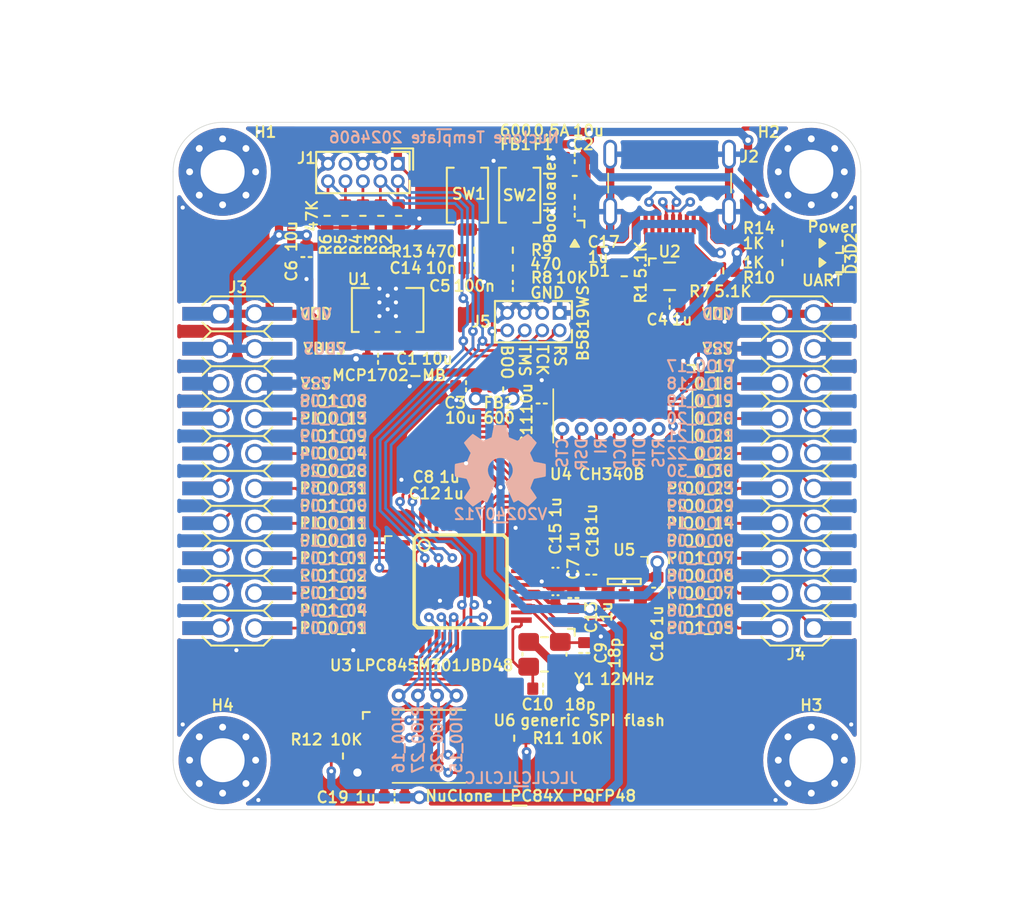
<source format=kicad_pcb>
(kicad_pcb (version 20240108) (generator "pcbnew") (generator_version "8.0")
  (layers (0 "F.Cu" mixed) (31 "B.Cu" mixed) (34 "B.Paste" user) (35 "F.Paste" user) (36 "B.SilkS" user "B.Silkscreen") (37 "F.SilkS" user "F.Silkscreen") (38 "B.Mask" user) (39 "F.Mask" user) (44 "Edge.Cuts" user))
  (net 0 "")
  (net 1 "/VBUS")
  (net 2 "Net-(F1-Pad2)")
  (net 3 "/VDD")
  (net 4 "/VSS")
  (net 5 "Net-(D2-A)")
  (net 6 "/GPIO_28")
  (net 7 "/GPIO_29")
  (net 8 "/TMS")
  (net 9 "/TCK")
  (net 10 "/TDO")
  (net 11 "/TDI")
  (net 12 "/RESET")
  (net 13 "Net-(R13-Pad2)")
  (net 15 "Net-(J2-CC1)")
  (net 17 "Net-(J2-CC2)")
  (net 19 "/BOOT")
  (net 20 "/GPIO_20")
  (net 21 "/GPIO_23")
  (net 22 "/GPIO_27")
  (net 23 "/GPIO_16")
  (net 24 "/GPIO_21")
  (net 25 "/GPIO_19")
  (net 26 "/GPIO_17")
  (net 27 "/GPIO_18")
  (net 28 "/GPIO_15")
  (net 29 "/GPIO_14")
  (net 30 "/GPIO_22")
  (net 31 "/GPIO_24")
  (net 32 "/GPIO_25")
  (net 33 "/GPIO_26")
  (net 34 "/GPIO_13")
  (net 35 "/GPIO_12")
  (net 36 "/GPIO_11")
  (net 37 "/GPIO_10")
  (net 38 "/GPIO_09")
  (net 39 "/GPIO_08")
  (net 40 "/GPIO_07")
  (net 41 "/GPIO_06")
  (net 42 "/GPIO_05")
  (net 43 "/GPIO_04")
  (net 44 "/GPIO_03")
  (net 45 "/GPIO_02")
  (net 46 "/GPIO_01")
  (net 47 "/GPIO_00")
  (net 48 "Net-(D1-K)")
  (net 49 "/DP")
  (net 50 "/DN")
  (net 53 "Net-(R9-Pad2)")
  (net 54 "Net-(D1-A)")
  (net 55 "/microcontroller/VDDA")
  (net 56 "Net-(U3B-PIO0_8{slash}XTALIN)")
  (net 57 "Net-(U3B-PIO0_9{slash}XTALOUT)")
  (net 58 "Net-(D3-A)")
  (net 59 "/TNOW")
  (net 60 "Net-(U6-HOLD{slash}_SIO3)")
  (net 61 "/BOOT_TX")
  (net 62 "/BOOT_RX")
  (net 63 "Net-(U6-WP{slash}_SIO2)")
  (net 64 "/microcontroller/VREF")
  (net 65 "/microcontroller/FLASH_CS")
  (net 66 "/microcontroller/FLASH_SCK")
  (net 67 "Net-(U4-RTS#)")
  (net 68 "Net-(U4-DTR#)")
  (net 69 "Net-(U4-DCD#)")
  (net 70 "Net-(U4-RI#)")
  (net 71 "Net-(U4-DSR#)")
  (net 72 "Net-(U4-CTS#)")
  (net 75 "/microcontroller/FLASH_SI")
  (net 76 "/microcontroller/FLASH_SO")
  (footprint "SquantorPcbOutline:MountingHole_3.2mm_M3_Pad_Via" (layer "F.Cu") (at 33.6 33.6)
    (property "Reference" "H1")
    (property "Value" "MountingHole")
  )
  (footprint "SquantorPcbOutline:MountingHole_3.2mm_M3_Pad_Via" (layer "F.Cu") (at 76.4 33.6)
    (property "Reference" "H2")
    (property "Value" "MountingHole")
  )
  (footprint "SquantorPcbOutline:MountingHole_3.2mm_M3_Pad_Via" (layer "F.Cu") (at 33.6 76.4)
    (property "Reference" "H4")
    (property "Value" "MountingHole")
  )
  (footprint "SquantorLabels:Label_Generic" (layer "F.Cu") (at 55.2 79.1)
    (property "Reference" "N4" (hide yes))
    (property "Value" "NuClone LPC84X PQFP48")
  )
  (footprint "SquantorPcbOutline:MountingHole_3.2mm_M3_Pad_Via" (layer "F.Cu") (at 76.4 76.4)
    (property "Reference" "H3")
    (property "Value" "MountingHole")
  )
  (footprint "SquantorConnectorsNamed:nuclone_small_right_stacked" (layer "F.Cu") (at 75.31 55.36 90)
    (property "Reference" "J4")
    (property "Value" "nuclone_small_right")
  )
  (footprint "SquantorConnectorsNamed:nuclone_small_left_stacked" (layer "F.Cu") (at 34.67 55.36 -90)
    (property "Reference" "J3")
    (property "Value" "nuclone_small_left")
  )
  (footprint "SquantorResistor:R_0603_hand" (layer "F.Cu") (at 74.3 38.8 180)
    (property "Reference" "R14")
    (property "Value" "1K")
  )
  (footprint "SquantorResistor:R_0603_hand" (layer "F.Cu") (at 45.1 36.8 -90)
    (property "Reference" "R3")
    (property "Value" "47K")
  )
  (footprint "SquantorCapacitor:C_0603" (layer "F.Cu") (at 51.3 49.2 180)
    (property "Reference" "C3")
    (property "Value" "10u")
  )
  (footprint "SquantorResistor:R_0603_hand" (layer "F.Cu") (at 51.9 39.3)
    (property "Reference" "R13")
    (property "Value" "470")
  )
  (footprint "SquantorResistor:R_0603_hand" (layer "F.Cu") (at 70 40.8 180)
    (property "Reference" "R7")
    (property "Value" "5.1K")
  )
  (footprint "SquantorResistor:R_0603_hand" (layer "F.Cu") (at 46.4 36.8 -90)
    (property "Reference" "R2")
    (property "Value" "47K")
  )
  (footprint "SquantorResistor:R_0603_hand" (layer "F.Cu") (at 43.8 36.8 -90)
    (property "Reference" "R4")
    (property "Value" "47K")
  )
  (footprint "SquantorResistor:R_0603_hand" (layer "F.Cu") (at 42.5 36.8 -90)
    (property "Reference" "R5")
    (property "Value" "47K")
  )
  (footprint "SquantorResistor:R_0603_hand" (layer "F.Cu") (at 62.8 41.2 90)
    (property "Reference" "R1")
    (property "Value" "5.1K")
  )
  (footprint "SquantorConnectors:Header-0127-2X05-H006" (layer "F.Cu") (at 43.8 33.65 180)
    (property "Reference" "J1")
    (property "Value" "JTAG_2X05")
  )
  (footprint "SquantorIC:SOT89-NXP" (layer "F.Cu") (at 45.6 44)
    (property "Reference" "U1")
    (property "Value" "MCP1702-MB")
  )
  (footprint "SquantorCapacitor:C_0603" (layer "F.Cu") (at 59.2 36.5)
    (property "Reference" "C17")
    (property "Value" "1u")
  )
  (footprint "SquantorSwitches:TD-85XU" (layer "F.Cu") (at 51.4 35.3 -90)
    (property "Reference" "SW1")
    (property "Value" "RESET")
  )
  (footprint "SquantorDiodes:LED_0603_hand" (layer "F.Cu") (at 77.2 38.8 180)
    (property "Reference" "D2")
    (property "Value" "GREEN")
  )
  (footprint "SquantorFuse:F_0603_hand" (layer "F.Cu") (at 59.2 33.9 180)
    (property "Reference" "F1")
    (property "Value" "0.5A")
  )
  (footprint "SquantorCapacitor:C_0603" (layer "F.Cu") (at 59.2 32.6)
    (property "Reference" "C2")
    (property "Value" "10u")
  )
  (footprint "SquantorCapacitor:C_0603" (layer "F.Cu") (at 44.9 47.2 180)
    (property "Reference" "C1")
    (property "Value" "10u")
  )
  (footprint "SquantorResistor:R_0603_hand" (layer "F.Cu") (at 41.2 36.8 -90)
    (property "Reference" "R6")
    (property "Value" "47K")
  )
  (footprint "SquantorCapacitor:C_0603" (layer "F.Cu") (at 51.9 40.6 180)
    (property "Reference" "C14")
    (property "Value" "10n")
  )
  (footprint "SquantorInductor:L_0603" (layer "F.Cu") (at 59.2 35.2)
    (property "Reference" "FB1")
    (property "Value" "600")
  )
  (footprint "SquantorUsb:USB-C-HRO-31-M-12" (layer "F.Cu") (at 66.1 37.415 180)
    (property "Reference" "J2")
    (property "Value" "TYPE-C-31-M-12")
  )
  (footprint "SquantorCapacitor:C_0603" (layer "F.Cu") (at 66.1 43.2 180)
    (property "Reference" "C4")
    (property "Value" "1u")
  )
  (footprint "SquantorIC:SOT363-ONsemi" (layer "F.Cu") (at 66.1 41.2)
    (property "Reference" "U2")
    (property "Value" "TPESD0504C6")
  )
  (footprint "SquantorCapacitor:C_0603" (layer "F.Cu") (at 52.1 55.8)
    (property "Reference" "C8")
    (property "Value" "1u")
  )
  (footprint "SquantorResistor:R_0603_hand" (layer "F.Cu") (at 74.3 40.2 180)
    (property "Reference" "R10")
    (property "Value" "1K")
  )
  (footprint "SquantorIC:SOIC-8_dual_wide" (layer "F.Cu") (at 48.6 75.4)
    (property "Reference" "U6")
    (property "Value" "generic SPI flash")
  )
  (footprint "SquantorCapacitor:C_0603" (layer "F.Cu") (at 60.4 62.9 -90)
    (property "Reference" "C18")
    (property "Value" "1u")
  )
  (footprint "SquantorCapacitor:C_0402" (layer "F.Cu") (at 57.8 64.4 -90)
    (property "Reference" "C13")
    (property "Value" "1u")
  )
  (footprint "SquantorCapacitor:C_0603" (layer "F.Cu") (at 39.7 39.8 -90)
    (property "Reference" "C6")
    (property "Value" "10u")
  )
  (footprint "SquantorCapacitor:C_0603" (layer "F.Cu") (at 56.9 71.2)
    (property "Reference" "C10")
    (property "Value" "18p")
  )
  (footprint "SquantorIC:SOT23-3" (layer "F.Cu") (at 62.8 63.4 -90)
    (property "Reference" "U5")
    (property "Value" "reference_sot23-3")
  )
  (footprint "SquantorResistor:R_0603_hand" (layer "F.Cu") (at 42.35 76.1)
    (property "Reference" "R12")
    (property "Value" "10K")
  )
  (footprint "SquantorCapacitor:C_0603" (layer "F.Cu") (at 46.1 79.1)
    (property "Reference" "C19")
    (property "Value" "1u")
  )
  (footprint "SquantorCapacitor:C_0402" (layer "F.Cu") (at 57.8 62.4 90)
    (property "Reference" "C15")
    (property "Value" "1u")
  )
  (footprint "SquantorCrystal:Crystal_3225_4_hand" (layer "F.Cu") (at 57 68.7 180)
    (property "Reference" "Y1")
    (property "Value" "12MHz")
  )
  (footprint "SquantorResistor:R_0603_hand" (layer "F.Cu") (at 54.7 39.3)
    (property "Reference" "R9")
    (property "Value" "470")
  )
  (footprint "SquantorDiodes:SOD-323-nexperia-hand" (layer "F.Cu") (at 59.2 38.85 -90)
    (property "Reference" "D1")
    (property "Value" "B5819WS")
  )
  (footprint "SquantorCapacitor:C_0603" (layer "F.Cu") (at 56.8 50.455 90)
    (property "Reference" "C11")
    (property "Value" "10u")
  )
  (footprint "SquantorCapacitor:C_0603" (layer "F.Cu") (at 65.2 63.85 -90)
    (property "Reference" "C16")
    (property "Value" "1u")
  )
  (footprint "SquantorIC:SOIC-16_3.9x9.9mm_P1.27mm" (layer "F.Cu") (at 62.7 51.355 -90)
    (property "Reference" "U4")
    (property "Value" "CH340B")
  )
  (footprint "SquantorResistor:R_0603_hand" (layer "F.Cu") (at 54.7 40.6)
    (property "Reference" "R8")
    (property "Value" "10K")
  )
  (footprint "SquantorInductor:L_0603" (layer "F.Cu") (at 54 49.2)
    (property "Reference" "FB2")
    (property "Value" "600")
  )
  (footprint "SquantorIC:SOT313-2-NXP" (layer "F.Cu") (at 50.9 63.4 -90)
    (property "Reference" "U3")
    (property "Value" "LPC845M301JBD48")
  )
  (footprint "SquantorCapacitor:C_0603" (layer "F.Cu") (at 59.1 64.6 -90)
    (property "Reference" "C7")
    (property "Value" "1u")
  )
  (footprint "SquantorDiodes:LED_0603_hand" (layer "F.Cu") (at 77.2 40.2 180)
    (property "Reference" "D3")
    (property "Value" "RED")
  )
  (footprint "SquantorCapacitor:C_0603" (layer "F.Cu") (at 59.9 68.6 -90)
    (property "Reference" "C9")
    (property "Value" "18p")
  )
  (footprint "SquantorResistor:R_0603_hand" (layer "F.Cu") (at 54.8 74.8 180)
    (property "Reference" "R11")
    (property "Value" "10K")
  )
  (footprint "SquantorCapacitor:C_0402" (layer "F.Cu") (at 52.1 57)
    (property "Reference" "C12")
    (property "Value" "1u")
  )
  (footprint "SquantorCapacitor:C_0603" (layer "F.Cu") (at 54.7 41.9)
    (property "Reference" "C5")
    (property "Value" "100n")
  )
  (footprint "SquantorSwitches:TD-85XU" (layer "F.Cu") (at 55.2 35.3 -90)
    (property "Reference" "SW2")
    (property "Value" "Bootloader")
  )
  (footprint "SquantorConnectors:Header-0127-2X04-H006" (layer "F.Cu") (at 56.2 44.5 180)
    (property "Reference" "J5")
    (property "Value" "Conn_02x06_Odd_Even")
  )
  (footprint "Symbol:OSHW-Symbol_6.7x6mm_SilkScreen" (layer "B.Cu") (at 53.8 55 180)
    (property "Reference" "N1" (hide yes))
    (property "Value" "OHWLOGO" (hide yes))
  )
  (footprint "SquantorLabels:Label_Generic" (layer "B.Cu") (at 55.3 77.7 180)
    (property "Reference" "N3" (hide yes))
    (property "Value" "JLCJLCJLCJLC")
  )
  (footprint "SquantorLabels:Label_Generic" (layer "B.Cu") (at 53.8 58.5 180)
    (property "Reference" "N2" (hide yes))
    (property "Value" "V20240712")
  )
  (footprint "SquantorLabels:Label_Generic" (layer "B.Cu") (at 49.7 31.1)
    (property "Reference" "N5" (hide yes))
    (property "Value" "Nuclone Template 2024606")
  )
  (footprint "SquantorTestPoints:TestPoint_hole_H05R10" (layer "B.Cu") (at 50.6 71.7 -90)
    (property "Reference" "TP3" (hide yes))
    (property "Value" "PIO0_15")
  )
  (footprint "SquantorTestPoints:TestPoint_hole_H05R10" (layer "B.Cu") (at 65.3 52.3 90)
    (property "Reference" "TP5" (hide yes))
    (property "Value" "RTS")
  )
  (footprint "SquantorTestPoints:TestPoint_hole_H05R10" (layer "B.Cu") (at 62.5 52.3 -90)
    (property "Reference" "TP7" (hide yes))
    (property "Value" "DCD")
  )
  (footprint "SquantorTestPoints:TestPoint_hole_H05R10" (layer "B.Cu") (at 58.3 52.3 -90)
    (property "Reference" "TP10" (hide yes))
    (property "Value" "CTS")
  )
  (footprint "SquantorTestPoints:TestPoint_hole_H05R10" (layer "B.Cu") (at 63.9 52.3 -90)
    (property "Reference" "TP6" (hide yes))
    (property "Value" "DTR")
  )
  (footprint "SquantorTestPoints:TestPoint_hole_H05R10" (layer "B.Cu") (at 46.4 71.7 -90)
    (property "Reference" "TP4" (hide yes))
    (property "Value" "PIO0_16")
  )
  (footprint "SquantorTestPoints:TestPoint_hole_H05R10" (layer "B.Cu") (at 59.7 52.3 -90)
    (property "Reference" "TP9" (hide yes))
    (property "Value" "DSR")
  )
  (footprint "SquantorTestPoints:TestPoint_hole_H05R10" (layer "B.Cu") (at 61.1 52.3 -90)
    (property "Reference" "TP8" (hide yes))
    (property "Value" "RI")
  )
  (footprint "SquantorTestPoints:TestPoint_hole_H05R10" (layer "B.Cu") (at 47.8 71.7 -90)
    (property "Reference" "TP2" (hide yes))
    (property "Value" "PIO0_27")
  )
  (footprint "SquantorTestPoints:TestPoint_hole_H05R10" (layer "B.Cu") (at 49.2 71.7 90)
    (property "Reference" "TP1" (hide yes))
    (property "Value" "PIO0_26")
  )
  (gr_line (start 47.45 31.9) (end 45.9 31.9) (stroke (width 0.15)) (layer "F.SilkS"))
  (gr_line (start 47.45 31.9) (end 47.45 33.45) (stroke (width 0.15)) (layer "F.SilkS"))
  (gr_line (start 76.4 80) (end 33.6 80) (stroke (width 0.05)) (layer "Edge.Cuts"))
  (gr_arc (start 30 33.6) (mid 31.054416 31.054416) (end 33.6 30) (stroke (width 0.05)) (layer "Edge.Cuts"))
  (gr_arc (start 76.4 30) (mid 78.945584 31.054416) (end 80 33.6) (stroke (width 0.05)) (layer "Edge.Cuts"))
  (gr_line (start 33.6 30) (end 76.4 30) (stroke (width 0.05)) (layer "Edge.Cuts"))
  (gr_line (start 80 33.6) (end 80 76.4) (stroke (width 0.05)) (layer "Edge.Cuts"))
  (gr_arc (start 33.6 80) (mid 31.054416 78.945584) (end 30 76.4) (stroke (width 0.05)) (layer "Edge.Cuts"))
  (gr_line (start 30 76.4) (end 30 33.6) (stroke (width 0.05)) (layer "Edge.Cuts"))
  (gr_arc (start 80 76.4) (mid 78.945584 78.945584) (end 76.4 80) (stroke (width 0.05)) (layer "Edge.Cuts"))
  (gr_text "Power" (at 77.9 37.6 0) (layer "F.SilkS") (effects (font (size 0.8 0.8) (thickness 0.15) (bold yes))))
  (gr_text "RS\nTCK\nTMS\nBOO" (at 53.8 46.1 270) (layer "F.SilkS") (effects (font (size 0.8 0.8) (thickness 0.15) (bold yes)) (justify left bottom)))
  (gr_text "GND" (at 57.2 42.4 0) (layer "F.SilkS") (effects (font (size 0.8 0.8) (thickness 0.15) (bold yes))))
  (gr_text "UART" (at 77.2 41.5 0) (layer "F.SilkS") (effects (font (size 0.8 0.8) (thickness 0.15) (bold yes))))
  (segment (start 71.8 36.6) (end 71.8 31.3) (width 0.6) (layer "F.Cu") (net 1))
  (segment (start 66.85 44) (end 66.7 44.15) (width 0.6) (layer "F.Cu") (net 1))
  (segment (start 71 39.5) (end 71.8 38.7) (width 0.6) (layer "F.Cu") (net 1))
  (segment (start 66.5 41.2) (end 66.39 41.31) (width 0.2) (layer "F.Cu") (net 1))
  (segment (start 67.02 41.2) (end 66.5 41.2) (width 0.2) (layer "F.Cu") (net 1))
  (segment (start 71.8 38.7) (end 71.8 36.6) (width 0.6) (layer "F.Cu") (net 1))
  (segment (start 37.7 38.2) (end 37.7 32.6) (width 0.6) (layer "F.Cu") (net 1))
  (segment (start 60.2 30.7) (end 60.3 30.8) (width 0.6) (layer "F.Cu") (net 1))
  (segment (start 59.95 33.9) (end 59.95 32.6) (width 0.6) (layer "F.Cu") (net 1))
  (segment (start 66.85 43.2) (end 66.85 44) (width 0.6) (layer "F.Cu") (net 1))
  (segment (start 39.7 38.2) (end 39.7 39.05) (width 0.6) (layer "F.Cu") (net 1))
  (segment (start 66.39 41.31) (end 66.39 42.74) (width 0.2) (layer "F.Cu") (net 1))
  (segment (start 60.3 30.8) (end 60.3 31.3) (width 0.6) (layer "F.Cu") (net 1))
  (segment (start 37.7 32.6) (end 39.6 30.7) (width 0.6) (layer "F.Cu") (net 1))
  (segment (start 44.55 39.05) (end 45.6 40.1) (width 0.6) (layer "F.Cu") (net 1))
  (segment (start 45.6 40.1) (end 45.6 42.6) (width 0.6) (layer "F.Cu") (net 1))
  (segment (start 60.3 31.3) (end 59.95 31.65) (width 0.6) (layer "F.Cu") (net 1))
  (segment (start 66.39 42.74) (end 66.85 43.2) (width 0.2) (layer "F.Cu") (net 1))
  (segment (start 39.7 39.05) (end 44.55 39.05) (width 0.6) (layer "F.Cu") (net 1))
  (segment (start 59.95 31.65) (end 59.95 32.6) (width 0.6) (layer "F.Cu") (net 1))
  (segment (start 39.6 30.7) (end 60.2 30.7) (width 0.6) (layer "F.Cu") (net 1))
  (via (at 46.2 42.1) (size 0.7) (drill 0.3) (layers "F.Cu" "B.Cu") (net 1))
  (via (at 71 39.5) (size 0.8) (drill 0.4) (layers "F.Cu" "B.Cu") (net 1))
  (via (at 66.7 44.15) (size 0.7) (drill 0.3) (layers "F.Cu" "B.Cu") (net 1))
  (via (at 45 44.1) (size 0.7) (drill 0.3) (layers "F.Cu" "B.Cu") (net 1))
  (via (at 45 43.1) (size 0.7) (drill 0.3) (layers "F.Cu" "B.Cu") (net 1))
  (via (at 71.8 31.3) (size 0.8) (drill 0.4) (layers "F.Cu" "B.Cu") (net 1))
  (via (at 45 42.1) (size 0.7) (drill 0.3) (layers "F.Cu" "B.Cu") (net 1))
  (via (at 37.7 38.2) (size 0.8) (drill 0.4) (layers "F.Cu" "B.Cu") (net 1))
  (via (at 60.3 30.8) (size 0.8) (drill 0.4) (layers "F.Cu" "B.Cu") (net 1))
  (via (at 39.7 38.2) (size 0.8) (drill 0.4) (layers "F.Cu" "B.Cu") (net 1))
  (via (at 45.6 42.6) (size 0.7) (drill 0.3) (layers "F.Cu" "B.Cu") (net 1))
  (via (at 46.2 44.1) (size 0.7) (drill 0.3) (layers "F.Cu" "B.Cu") (net 1))
  (via (at 45.6 43.6) (size 0.7) (drill 0.3) (layers "F.Cu" "B.Cu") (net 1))
  (via (at 46.2 43.1) (size 0.7) (drill 0.3) (layers "F.Cu" "B.Cu") (net 1))
  (segment (start 66.7 44.15) (end 67.15 44.15) (width 0.6) (layer "B.Cu") (net 1))
  (segment (start 34.7 41.2) (end 34.7 46.47) (width 0.6) (layer "B.Cu") (net 1))
  (segment (start 60.3 30.8) (end 60.4 30.7) (width 0.6) (layer "B.Cu") (net 1))
  (segment (start 37.7 38.2) (end 34.7 41.2) (width 0.6) (layer "B.Cu") (net 1))
  (segment (start 71 40.3) (end 71 39.5) (width 0.6) (layer "B.Cu") (net 1))
  (segment (start 60.4 30.7) (end 71.2 30.7) (width 0.6) (layer "B.Cu") (net 1))
  (segment (start 37.7 38.2) (end 39.7 38.2) (width 0.6) (layer "B.Cu") (net 1))
  (segment (start 33.4 46.47) (end 34.7 46.47) (width 0.6) (layer "B.Cu") (net 1))
  (segment (start 71.2 30.7) (end 71.8 31.3) (width 0.6) (layer "B.Cu") (net 1))
  (segment (start 34.7 46.47) (end 35.94 46.47) (width 0.6) (layer "B.Cu") (net 1))
  (segment (start 67.15 44.15) (end 71 40.3) (width 0.6) (layer "B.Cu") (net 1))
  (segment (start 58.45 33.9) (end 58.45 35.2) (width 0.6) (layer "F.Cu") (net 2))
  (segment (start 59.801472 65.35) (end 59.1 65.35) (width 0.6) (layer "F.Cu") (net 3))
  (segment (start 52.05 49.2) (end 52.05 50.05) (width 0.6) (layer "F.Cu") (net 3))
  (segment (start 79 41.7) (end 77.66 43.04) (width 0.6) (layer "F.Cu") (net 3))
  (segment (start 38.6 40.5) (end 37.02 42.08) (width 0.6) (layer "F.Cu") (net 3))
  (segment (start 55.85 50.95) (end 56.105 51.205) (width 0.6) (layer "F.Cu") (net 3))
  (segment (start 43.8 37.65) (end 42.5 37.65) (width 0.2) (layer "F.Cu") (net 3))
  (segment (start 47.65 77.45) (end 46.85 78.25) (width 0.6) (layer "F.Cu") (net 3))
  (segment (start 77.66 43.04) (end 77.66 43.93) (width 0.6) (layer "F.Cu") (net 3))
  (segment (start 55.65 75.75) (end 55.65 74.8) (width 0.2) (layer "F.Cu") (net 3))
  (segment (start 60.3 65.4) (end 59.851472 65.4) (width 0.6) (layer "F.Cu") (net 3))
  (segment (start 46.45 31.6) (end 46.4 31.55) (width 0.6) (layer "F.Cu") (net 3))
  (segment (start 52.05 48.25) (end 52 48.2) (width 0.6) (layer "F.Cu") (net 3))
  (segment (start 45.65 47.2) (end 45.65 48.15) (width 0.6) (layer "F.Cu") (net 3))
  (segment (start 56.85 51.255) (end 62.75 51.255) (width 0.6) (layer "F.Cu") (net 3))
  (segment (start 45.65 48.15) (end 45.6 48.2) (width 0.6) (layer "F.Cu") (net 3))
  (segment (start 59.1 65.35) (end 58.25 65.35) (width 0.4) (layer "F.Cu") (net 3))
  (segment (start 40.65 37.65) (end 40.2 37.2) (width 0.2) (layer "F.Cu") (net 3))
  (segment (start 41.5 77.2) (end 41.5 76.1) (width 0.2) (layer "F.Cu") (net 3))
  (segment (start 52 48.2) (end 55.4 48.2) (width 0.6) (layer "F.Cu") (net 3))
  (segment (start 59.851472 65.4) (end 59.801472 65.35) (width 0.6) (layer "F.Cu") (net 3))
  (segment (start 38.6 37.2) (end 38.6 40.5) (width 0.6) (layer "F.Cu") (net 3))
  (segment (start 47.2 37.5) (end 47.2 33.875) (width 0.2) (layer "F.Cu") (net 3))
  (segment (start 47.1 46.8) (end 47.1 45.75) (width 0.6) (layer "F.Cu") (net 3))
  (segment (start 45.7 48.2) (end 52 48.2) (width 0.6) (layer "F.Cu") (net 3))
  (segment (start 45.65 47.2) (end 46.7 47.2) (width 0.6) (layer "F.Cu") (net 3))
  (segment (start 39.95 31.55) (end 38.6 32.9) (width 0.6) (layer "F.Cu") (net 3))
  (segment (start 41.2 37.65) (end 42.5 37.65) (width 0.2) (layer "F.Cu") (net 3))
  (segment (start 47.9 79.1) (end 46.85 79.1) (width 0.6) (layer "F.Cu") (net 3))
  (segment (start 39.93 43.93) (end 40.2 44.2) (width 0.6) (layer "F.Cu") (net 3))
  (segment (start 37.02 42.08) (end 37.02 43.93) (width 0.6) (layer "F.Cu") (net 3))
  (segment (start 73.45 38.05) (end 74 37.5) (width 0.6) (layer "F.Cu") (net 3))
  (segment (start 73.45 38.8) (end 73.45 38.05) (width 0.6) (layer "F.Cu") (net 3))
  (segment (start 63.335 51.22) (end 63.335 48.78) (width 0.6) (layer "F.Cu") (net 3))
  (segment (start 72.8 36.1) (end 74.2 37.5) (width 0.6) (layer "F.Cu") (net 3))
  (segment (start 74.04 43.93) (end 76.58 43.93) (width 0.6) (layer "F.Cu") (net 3))
  (segment (start 37.02 43.93) (end 39.93 43.93) (width 0.6) (layer "F.Cu") (net 3))
  (segment (start 57.3 64.9) (end 57.8 64.9) (width 0.3) (layer "F.Cu") (net 3))
  (segment (start 51.85 73.495) (end 50.405 73.495) (width 0.6) (layer "F.Cu") (net 3))
  (segment (start 63.3 51.255) (end 63.335 51.22) (width 0.6) (layer "F.Cu") (net 3))
  (segment (start 46.7 47.2) (end 47.1 46.8) (width 0.6) (layer "F.Cu") (net 3))
  (segment (start 55.325 64.15) (end 56.55 64.15) (width 0.3) (layer "F.Cu") (net 3))
  (segment (start 40.2 47.4) (end 41 48.2) (width 0.6) (layer "F.Cu") (net 3))
  (segment (start 47.65 76.25) (end 47.65 77.45) (width 0.6) (layer "F.Cu") (net 3))
  (segment (start 74 37.5) (end 74.2 37.5) (width 0.6) (layer "F.Cu") (net 3))
  (segment (start 47.05 37.65) (end 47.2 37.5) (width 0.2) (layer "F.Cu") (net 3))
  (segment (start 46.85 78.25) (end 46.85 79.1) (width 0.6) (layer "F.Cu") (net 3))
  (segment (start 55.7 75.8) (end 55.65 75.75) (width 0.2) (layer "F.Cu") (net 3))
  (segment (start 56.2 40.6) (end 55.55 40.6) (width 0.6) (layer "F.Cu") (net 3))
  (segment (start 35.94 43.93) (end 33.4 43.93) (width 0.6) (layer "F.Cu") (net 3))
  (segment (start 47.2 33.875) (end 46.34 33.015) (width 0.2) (layer "F.Cu") (net 3))
  (segment (start 56.55 64.15) (end 57.3 64.9) (width 0.3) (layer "F.Cu") (net 3))
  (segment (start 66.855 51.255) (end 67.2 51.6) (width 0.6) (layer "F.Cu") (net 3))
  (segment (start 79 37.8) (end 79 41.7) (width 0.6) (layer "F.Cu") (net 3))
  (segment (start 58.25 65.35) (end 57.8 64.9) (width 0.4) (layer "F.Cu") (net 3))
  (segment (start 74.2 37.5) (end 78.7 37.5) (width 0.6) (layer "F.Cu") (net 3))
  (segment (start 50.405 73.495) (end 47.65 76.25) (width 0.6) (layer "F.Cu") (net 3))
  (segment (start 46.4 31.55) (end 39.95 31.55) (width 0.6) (layer "F.Cu") (net 3))
  (segment (start 67.2 53.875) (end 67.145 53.93) (width 0.6) (layer "F.Cu") (net 3))
  (segment (start 55.85 48.65) (end 55.85 50.95) (width 0.6) (layer "F.Cu") (net 3))
  (segment (start 56.5 31.6) (end 56.5 40.3) (width 0.6) (layer "F.Cu") (net 3))
  (segment (start 52.05 49.2) (end 52.05 48.25) (width 0.6) (layer "F.Cu") (net 3))
  (segment (start 59.012425 31.6) (end 46.45 31.6) (width 0.6) (layer "F.Cu") (net 3))
  (segment (start 41.2 37.65) (end 40.65 37.65) (width 0.2) (layer "F.Cu") (net 3))
  (segment (start 62.75 51.255) (end 66.855 51.255) (width 0.6) (layer "F.Cu") (net 3))
  (segment (start 40.2 37.2) (end 38.6 37.2) (width 0.2) (layer "F.Cu") (net 3))
  (segment (start 56.5 40.3) (end 56.2 40.6) (width 0.6) (layer "F.Cu") (net 3))
  (segment (start 52.05 50.05) (end 52 50.1) (width 0.6) (layer "F.Cu") (net 3))
  (segment (start 62.75 51.255) (end 63.3 51.255) (width 0.6) (layer "F.Cu") (net 3))
  (segment (start 78.7 37.5) (end 79 37.8) (width 0.6) (layer "F.Cu") (net 3))
  (segment (start 52.05 49.2) (end 53.25 49.2) (width 0.6) (layer "F.Cu") (net 3))
  (segment (start 40.2 44.2) (end 40.2 47.4) (width 0.6) (layer "F.Cu") (net 3))
  (segment (start 55.4 48.2) (end 55.85 48.65) (width 0.6) (layer "F.Cu") (net 3))
  (segment (start 38.6 32.9) (end 38.6 37.2) (width 0.6) (layer "F.Cu") (net 3))
  (segment (start 56.8 51.205) (end 56.85 51.255) (width 0.6) (layer "F.Cu") (net 3))
  (segment (start 46.34 33.015) (end 46.34 31.61) (width 0.6) (layer "F.Cu") (net 3))
  (segment (start 46.4 37.65) (end 47.05 37.65) (width 0.2) (layer "F.Cu") (net 3))
  (segment (start 41 48.2) (end 45.6 48.2) (width 0.6) (layer "F.Cu") (net 3))
  (segment (start 45.65 48.15) (end 45.7 48.2) (width 0.6) (layer "F.Cu") (net 3))
  (segment (start 46.34 31.61) (end 46.4 31.55) (width 0.6) (layer "F.Cu") (net 3))
  (segment (start 56.105 51.205) (end 56.8 51.205) (width 0.6) (layer "F.Cu") (net 3))
  (segment (start 67.2 51.6) (end 67.2 53.875) (width 0.6) (layer "F.Cu") (net 3))
  (via (at 60.3 65.4) (size 1) (drill 0.6) (layers "F.Cu" "B.Cu") (net 3))
  (via (at 52 50.1) (size 1) (drill 0.6) (layers "F.Cu" "B.Cu") (net 3))
  (via (at 72.8 36.1) (size 0.8) (drill 0.4) (layers "F.Cu" "B.Cu") (net 3))
  (via (at 47.9 79.1) (size 1) (drill 0.6) (layers "F.Cu" "B.Cu") (net 3))
  (via (at 41.5 77.2) (size 0.7) (drill 0.3) (layers "F.Cu" "B.Cu") (net 3))
  (via (at 55.7 75.8) (size 0.7) (drill 0.3) (layers "F.Cu" "B.Cu") (net 3))
  (via (at 59.012425 31.6) (size 0.8) (drill 0.4) (layers "F.Cu" "B.Cu") (net 3))
  (segment (start 70.7 34) (end 72.8 36.1) (width 0.6) (layer "B.Cu") (net 3))
  (segment (start 56.6 79.1) (end 61.3 79.1) (width 0.6) (layer "B.Cu") (net 3))
  (segment (start 53 57.2) (end 52.8 57) (width 0.6) (layer "B.Cu") (net 3))
  (segment (start 52.8 56.2) (end 53 56) (width 0.6) (layer "B.Cu") (net 3))
  (segment (start 52.8 57) (end 52.8 56.2) (width 0.6) (layer "B.Cu") (net 3))
  (segment (start 60.3 65.4) (end 55.6 65.4) (width 0.6) (layer "B.Cu") (net 3))
  (segment (start 62.4 67) (end 60.8 65.4) (width 0.6) (layer "B.Cu") (net 3))
  (segment (start 41.5 78.3) (end 41.5 77.2) (width 0.6) (layer "B.Cu") (net 3))
  (segment (start 62.4 78) (end 62.4 67) (width 0.6) (layer "B.Cu") (net 3))
  (segment (start 61.1 34) (end 70.7 34) (width 0.6) (layer "B.Cu") (net 3))
  (segment (start 61.3 79.1) (end 62.4 78) (width 0.6) (layer "B.Cu") (net 3))
  (segment (start 55.6 65.4) (end 53 62.8) (width 0.6) (layer "B.Cu") (net 3))
  (segment (start 60.6 33.5) (end 61.1 34) (width 0.6) (layer "B.Cu") (net 3))
  (segment (start 42.3 79.1) (end 41.5 78.3) (width 0.6) (layer "B.Cu") (net 3))
  (segment (start 47.9 79.1) (end 42.3 79.1) (width 0.6) (layer "B.Cu") (net 3))
  (segment (start 53 50.3) (end 52.8 50.1) (width 0.6) (layer "B.Cu") (net 3))
  (segment (start 55.7 79.1) (end 55.7 75.8) (width 0.6) (layer "B.Cu") (net 3))
  (segment (start 59.8 31.6) (end 60.6 32.4) (width 0.6) (layer "B.Cu") (net 3))
  (segment (start 60.8 65.4) (end 60.3 65.4) (width 0.6) (layer "B.Cu") (net 3))
  (segment (start 59.012425 31.6) (end 59.8 31.6) (width 0.6) (layer "B.Cu") (net 3))
  (segment (start 53 56) (end 53 50.3) (width 0.6) (layer "B.Cu") (net 3))
  (segment (start 47.9 79.1) (end 56.6 79.1) (width 0.6) (layer "B.Cu") (net 3))
  (segment (start 53 62.8) (end 53 57.2) (width 0.6) (layer "B.Cu") (net 3))
  (segment (start 52.8 50.1) (end 52 50.1) (width 0.6) (layer "B.Cu") (net 3))
  (segment (start 60.6 32.4) (end 60.6 33.5) (width 0.6) (layer "B.Cu") (net 3))
  (segment (start 47 38.4) (end 47.5 37.9) (width 0.2) (layer "F.Cu") (net 4))
  (segment (start 45.35 77.305) (end 45.35 79.1) (width 0.6) (layer "F.Cu") (net 4))
  (segment (start 57.8 63.9) (end 57.3 63.9) (width 0.3) (layer "F.Cu") (net 4))
  (segment (start 61.78 38.08) (end 61.78 36.5) (width 0.6) (layer "F.Cu") (net 4))
  (segment (start 62.2 38.5) (end 61.78 38.08) (width 0.6) (layer "F.Cu") (net 4))
  (segment (start 70.85 40.8) (end 71.6 40.8) (width 0.2) (layer "F.Cu") (net 4))
  (segment (start 57.3 62.9) (end 57.05 63.15) (width 0.3) (layer "F.Cu") (net 4))
  (segment (start 47.5 37.9) (end 47.9 37.5) (width 0.2) (layer "F.Cu") (net 4))
  (segment (start 51.65 58.975) (end 51.65 61.35) (width 0.2) (layer "F.Cu") (net 4))
  (segment (start 57.6 32.6) (end 58.45 32.6) (width 0.6) (layer "F.Cu") (net 4))
  (segment (start 58.15 69.6) (end 58.15 69.65) (width 0.6) (layer "F.Cu") (net 4))
  (segment (start 57.05 63.15) (end 55.325 63.15) (width 0.2) (layer "F.Cu") (net 4))
  (segment (start 57.8 62.9) (end 57.3 62.9) (width 0.3) (layer "F.Cu") (net 4))
  (segment (start 61.78 36.5) (end 61.78 32.32) (width 0.6) (layer "F.Cu") (net 4))
  (segment (start 51.65 57.75) (end 51.6 57.7) (width 0.3) (layer "F.Cu") (net 4))
  (segment (start 51.6 57.7) (end 51.6 57) (width 0.3) (layer "F.Cu") (net 4))
  (segment (start 58.15 69.65) (end 59.6 71.1) (width 0.6) (layer "F.Cu") (net 4))
  (segment (start 71.9 40.5) (end 71.9 40.2) (width 0.2) (layer "F.Cu") (net 4))
  (segment (start 53.95 63.15) (end 53.7 63.4) (width 0.2) (layer "F.Cu") (net 4))
  (segment (start 46.2 38.4) (end 47 38.4) (width 0.2) (layer "F.Cu") (net 4))
  (segment (start 62.85 37.415) (end 62.85 38.3) (width 0.6) (layer "F.Cu") (net 4))
  (segment (start 57.05 63.65) (end 55.325 63.65) (width 0.2) (layer "F.Cu") (net 4))
  (segment (start 45.1 37.65) (end 45.1 38.2) (width 0.2) (layer "F.Cu") (net 4))
  (segment (start 65.18 41.2) (end 65.7 41.2) (width 0.2) (layer "F.Cu") (net 4))
  (segment (start 69.55 38.55) (end 70 38.55) (width 0.6) (layer "F.Cu") (net 4))
  (segment (start 70.42 36.5) (end 70.42 32.32) (width 0.6) (layer "F.Cu") (net 4))
  (segment (start 60.15 63.65) (end 59.4 62.9) (width 0.6) (layer "F.Cu") (net 4))
  (segment (start 65.81 42.74) (end 65.35 43.2) (width 0.2) (layer "F.Cu") (net 4))
  (segment (start 65.81 41.31) (end 65.81 42.74) (width 0.2) (layer "F.Cu") (net 4))
  (segment (start 44.15 47.2) (end 43.3 47.2) (width 0.6) (layer "F.Cu") (net 4))
  (segment (start 51.65 61.35) (end 53.7 63.4) (width 0.2) (layer "F.Cu") (net 4))
  (segment (start 71.6 40.8) (end 71.9 40.5) (width 0.2) (layer "F.Cu") (net 4))
  (segment (start 55.85 67.8) (end 56.1 67.8) (width 0.6) (layer "F.Cu") (net 4))
  (segment (start 69.35 37.415) (end 69.35 38.35) (width 0.6) (layer "F.Cu") (net 4))
  (segment (start 51.35 56.75) (end 51.6 57) (width 0.4) (layer "F.Cu") (net 4))
  (segment (start 53.7 63.4) (end 53.95 63.65) (width 0.2) (layer "F.Cu") (net 4))
  (segment (start 62.85 38.3) (end 62.65 38.5) (width 0.6) (layer "F.Cu") (net 4))
  (segment (start 51.65 57.75) (end 51.65 58.975) (width 0.2) (layer "F.Cu") (net 4))
  (segment (start 47.9 37.5) (end 47.9 37) (width 0.2) (layer "F.Cu") (net 4))
  (segment (start 57.9 69.6) (end 58.15 69.6) (width 0.6) (layer "F.Cu") (net 4))
  (segment (start 62.65 38.5) (end 62.2 38.5) (width 0.6) (layer "F.Cu") (net 4))
  (segment (start 57.3 63.9) (end 57.05 63.65) (width 0.3) (layer "F.Cu") (net 4))
  (segment (start 70 38.55) (end 70.42 38.13) (width 0.6) (layer "F.Cu") (net 4))
  (segment (start 69.35 38.35) (end 69.55 38.55) (width 0.6) (layer "F.Cu") (net 4))
  (segment (start 55.325 63.15) (end 53.95 63.15) (width 0.2) (layer "F.Cu") (net 4))
  (segment (start 60.4 63.65) (end 60.15 63.65) (width 0.6) (layer "F.Cu") (net 4))
  (segment (start 70.42 38.13) (end 70.42 36.5) (width 0.6) (layer "F.Cu") (net 4))
  (segment (start 56.1 67.8) (end 57.9 69.6) (width 0.6) (layer "F.Cu") (net 4))
  (segment (start 45.3 38.4) (end 46.2 38.4) (width 0.2) (layer "F.Cu") (net 4))
  (segment (start 45.1 38.2) (end 45.3 38.4) (width 0.2) (layer "F.Cu") (net 4))
  (segment (start 51.35 55.8) (end 51.35 56.75) (width 0.4) (layer "F.Cu") (net 4))
  (segment (start 53.95 63.65) (end 55.325 63.65) (width 0.2) (layer "F.Cu") (net 4))
  (segment (start 65.7 41.2) (end 65.81 41.31) (width 0.2) (layer "F.Cu") (net 4))
  (via (at 53.3 32.8) (size 0.7) (drill 0.3) (layers "F.Cu" "B.Cu") (net 4))
  (via (at 65.7 44.15) (size 0.7) (drill 0.3) (layers "F.Cu" "B.Cu") (net 4))
  (via (at 70.1 44.5) (size 0.7) (drill 0.3) (layers "F.Cu" "B.Cu") (net 4))
  (via (at 36.2 30.7) (size 0.7) (drill 0.3) (layers "F.Cu" "B.Cu") (net 4))
  (via (at 34.6 68.4) (size 0.7) (drill 0.3) (layers "F.Cu" "B.Cu") (net 4))
  (via (at 75.4 68.4) (size 0.7) (drill 0.3) (layers "F.Cu" "B.Cu") (net 4))
  (via (at 50.6 50.2) (size 0.7) (drill 0.3) (layers "F.Cu" "B.Cu") (net 4))
  (via (at 73.8 79.3) (size 0.7) (drill 0.3) (layers "F.Cu" "B.Cu") (net 4))
  (via (at 59.4 62.9) (size 0.7) (drill 0.3) (layers "F.Cu" "B.Cu") (net 4))
  (via (at 62.8 63.4) (size 0.7) (drill 0.3) (layers "F.Cu" "B.Cu") (net 4))
  (via (at 61.1 67.4) (size 0.7) (drill 0.3) (layers "F.Cu" "B.Cu") (net 4))
  (via (at 78.1 41.2) (size 0.7) (drill 0.3) (layers "F.Cu" "B.Cu") (net 4))
  (via (at 79.3 73.8) (size 0.7) (drill 0.3) (layers "F.Cu" "B.Cu") (net 4))
  (via (at 46.6 56) (size 0.7) (drill 0.3) (layers "F.Cu" "B.Cu") (net 4))
  (via (at 51.3 54.8) (size 0.7) (drill 0.3) (layers "F.Cu" "B.Cu") (net 4))
  (via (at 36.2 79.3) (size 0.7) (drill 0.3) (layers "F.Cu" "B.Cu") (net 4))
  (via (at 59.6 71.1) (size 1) (drill 0.6) (layers "F.Cu" "B.Cu") (net 4))
  (via (at 67.1 47.355) (size 0.7) (drill 0.3) (layers "F.Cu" "B.Cu") (net 4))
  (via (at 56.8 63.4) (size 0.7) (drill 0.3) (layers "F.Cu" "B.Cu") (net 4))
  (via (at 52.6 41.6) (size 0.7) (drill 0.3) (layers "F.Cu" "B.Cu") (net 4))
  (via (at 58.7 62.9) (size 0.7) (drill 0.3) (layers "F.Cu" "B.Cu") (net 4))
  (via (at 57.6 36.5) (size 0.8) (drill 0.4) (layers "F.Cu" "B.Cu") (net 4))
  (via (at 71.9 40.2) (size 0.7) (drill 0.3) (layers "F.Cu" "B.Cu") (net 4))
  (via (at 43.1 68.4) (size 0.7) (drill 0.3) (layers "F.Cu" "B.Cu") (net 4))
  (via (at 53.9 69.8) (size 0.7) (drill 0.3) (layers "F.Cu" "B.Cu") (net 4))
  (via (at 53 64.9) (size 0.7) (drill 0.3) (layers "F.Cu" "B.Cu") (net 4))
  (via (at 49.4 64.8) (size 0.7) (drill 0.3) (layers "F.Cu" "B.Cu") (net 4))
  (via (at 54.9 59.5) (size 0.7) (drill 0.3) (layers "F.Cu" "B.Cu") (net 4))
  (via (at 43.4 77.3) (size 1) (drill 0.6) (layers "F.Cu" "B.Cu") (net 4))
  (via (at 30.7 73.8) (size 0.7) (drill 0.3) (layers "F.Cu" "B.Cu") (net 4))
  (via (at 30.7 36.2) (size 0.7) (drill 0.3) (layers "F.Cu" "B.Cu") (net 4))
  (via (at 57.6 32.6) (size 0.8) (drill 0.4) (layers "F.Cu" "B.Cu") (net 4))
  (via (at 79.3 36.2) (size 0.7) (drill 0.3) (layers "F.Cu" "B.Cu") (net 4))
  (via (at 39.7 41.4) (size 0.7) (drill 0.3) (layers "F.Cu" "B.Cu") (net 4))
  (via (at 47.9 37) (size 0.7) (drill 0.3) (layers "F.Cu" "B.Cu") (net 4))
  (via (at 47.2 49.2) (size 0.7) (drill 0.3) (layers "F.Cu" "B.Cu") (net 4))
  (via (at 43.3 47.2) (size 0.8) (drill 0.4) (layers "F.Cu" "B.Cu") (net 4))
  (via (at 73.8 30.7) (size 0.7) (drill 0.3) (layers "F.Cu" "B.Cu") (net 4))
  (via (at 56.8 48.755) (size 0.7) (drill 0.3) (layers "F.Cu" "B.Cu") (net 4))
  (segment (start 37.02 49.01) (end 35.94 49.01) (width 0.6) (layer "B.Cu") (net 4))
  (segment (start 43.3 47.2) (end 41.49 49.01) (width 0.6) (layer "B.Cu") (net 4))
  (segment (start 41.49 49.01) (end 37.02 49.01) (width 0.6) (layer "B.Cu") (net 4))
  (segment (start 76.35 38.8) (end 75.15 38.8) (width 0.2) (layer "F.Cu") (net 5))
  (segment (start 48.6 58.925) (end 48.65 58.975) (width 0.2) (layer "F.Cu") (net 6))
  (segment (start 72.96 49.01) (end 70.49 49.01) (width 0.2) (layer "F.Cu") (net 6))
  (segment (start 53.212389 52.1) (end 49.87157 52.1) (width 0.2) (layer "F.Cu") (net 6))
  (segment (start 67.887607 56.4) (end 57.51239 56.399999) (width 0.2) (layer "F.Cu") (net 6))
  (segment (start 48.6 53.371571) (end 48.6 58.925) (width 0.2) (layer "F.Cu") (net 6))
  (segment (start 69 50.5) (end 68.999999 55.28761) (width 0.2) (layer "F.Cu") (net 6))
  (segment (start 70.49 49.01) (end 69 50.5) (width 0.2) (layer "F.Cu") (net 6))
  (segment (start 68.999999 55.28761) (end 67.887607 56.4) (width 0.2) (layer "F.Cu") (net 6))
  (segment (start 57.51239 56.399999) (end 53.212389 52.1) (width 0.2) (layer "F.Cu") (net 6))
  (segment (start 49.87157 52.1) (end 48.6 53.371571) (width 0.2) (layer "F.Cu") (net 6))
  (segment (start 67.721922 56) (end 57.678076 55.999999) (width 0.2) (layer "F.Cu") (net 7))
  (segment (start 68.599999 55.121924) (end 67.721922 56) (width 0.2) (layer "F.Cu") (net 7))
  (segment (start 48.09 56.84137) (end 48.09 58.975) (width 0.2) (layer "F.Cu") (net 7))
  (segment (start 49.705884 51.7) (end 48.2 53.205885) (width 0.2) (layer "F.Cu") (net 7))
  (segment (start 68.6 49.6) (end 68.599999 55.121924) (width 0.2) (layer "F.Cu") (net 7))
  (segment (start 53.378077 51.7) (end 49.705884 51.7) (width 0.2) (layer "F.Cu") (net 7))
  (segment (start 76.58 49.01) (end 75.27 47.7) (width 0.2) (layer "F.Cu") (net 7))
  (segment (start 57.678076 55.999999) (end 53.378077 51.7) (width 0.2) (layer "F.Cu") (net 7))
  (segment (start 48.2 53.205885) (end 48.2 56.73137) (width 0.2) (layer "F.Cu") (net 7))
  (segment (start 48.2 56.73137) (end 48.09 56.84137) (width 0.2) (layer "F.Cu") (net 7))
  (segment (start 70.5 47.7) (end 68.6 49.6) (width 0.2) (layer "F.Cu") (net 7))
  (segment (start 75.27 47.7) (end 70.5 47.7) (width 0.2) (layer "F.Cu") (net 7))
  (segment (start 49.3 61.7) (end 49.3 63.619239) (width 0.2) (layer "F.Cu") (net 8))
  (segment (start 54.5 46.2) (end 55.565 45.135) (width 0.2) (layer "F.Cu") (net 8))
  (segment (start 46.34 35.89) (end 46.4 35.95) (width 0.2) (layer "F.Cu") (net 8))
  (segment (start 52.8 46.2) (end 54.5 46.2) (width 0.2) (layer "F.Cu") (net 8))
  (segment (start 47.769239 65.15) (end 46.475 65.15) (width 0.2) (layer "F.Cu") (net 8))
  (segment (start 49.3 63.619239) (end 47.769239 65.15) (width 0.2) (layer "F.Cu") (net 8))
  (segment (start 46.34 34.285) (end 46.34 35.89) (width 0.2) (layer "F.Cu") (net 8))
  (segment (start 52.5 45.9) (end 52.8 46.2) (width 0.2) (layer "F.Cu") (net 8))
  (via (at 52.5 45.9) (size 0.7) (drill 0.3) (layers "F.Cu" "B.Cu") (net 8))
  (via (at 49.3 61.7) (size 0.7) (drill 0.3) (layers "F.Cu" "B.Cu") (net 8))
  (segment (start 52.5 44.980761) (end 52.2 44.680761) (width 0.2) (layer "B.Cu") (net 8))
  (segment (start 52.2 46.2) (end 52.5 45.9) (width 0.2) (layer "B.Cu") (net 8))
  (segment (start 45.449997 58.084311) (end 45.449997 53.303556) (width 0.2) (layer "B.Cu") (net 8))
  (segment (start 51.8 41.924694) (end 51.8 36.068628) (width 0.2) (layer "B.Cu") (net 8))
  (segment (start 45.449997 53.303556) (end 52.2 46.553553) (width 0.2) (layer "B.Cu") (net 8))
  (segment (start 47.155 35.1) (end 46.34 34.285) (width 0.2) (layer "B.Cu") (net 8))
  (segment (start 52.2 44.680761) (end 52.2 42.324695) (width 0.2) (layer "B.Cu") (net 8))
  (segment (start 48.365686 61) (end 45.449997 58.084311) (width 0.2) (layer "B.Cu") (net 8))
  (segment (start 48.6 61) (end 48.365686 61) (width 0.2) (layer "B.Cu") (net 8))
  (segment (start 52.2 42.324695) (end 51.8 41.924694) (width 0.2) (layer "B.Cu") (net 8))
  (segment (start 51.8 36.068628) (end 50.831372 35.1) (width 0.2) (layer "B.Cu") (net 8))
  (segment (start 52.2 46.553553) (end 52.2 46.2) (width 0.2) (layer "B.Cu") (net 8))
  (segment (start 49.3 61.7) (end 48.6 61) (width 0.2) (layer "B.Cu") (net 8))
  (segment (start 50.831372 35.1) (end 47.155 35.1) (width 0.2) (layer "B.Cu") (net 8))
  (segment (start 52.5 45.9) (end 52.5 44.980761) (width 0.2) (layer "B.Cu") (net 8))
  (segment (start 48.3 61.7) (end 48.3 63.315) (width 0.2) (layer "F.Cu") (net 9))
  (segment (start 45.07 35.92) (end 45.1 35.95) (width 0.2) (layer "F.Cu") (net 9))
  (segment (start 45.07 34.285) (end 45.07 35.92) (width 0.2) (layer "F.Cu") (net 9))
  (segment (start 47.465 64.15) (end 46.475 64.15) (width 0.2) (layer "F.Cu") (net 9))
  (segment (start 51.8 45.2) (end 51.8 46.4) (width 0.2) (layer "F.Cu") (net 9))
  (segment (start 52 46.6) (end 54.665686 46.6) (width 0.2) (layer "F.Cu") (net 9))
  (segment (start 56.035 45.935) (end 56.835 45.135) (width 0.2) (layer "F.Cu") (net 9))
  (segment (start 51.8 46.4) (end 52 46.6) (width 0.2) (layer "F.Cu") (net 9))
  (segment (start 54.665686 46.6) (end 55.330686 45.935) (width 0.2) (layer "F.Cu") (net 9))
  (segment (start 48.3 63.315) (end 47.465 64.15) (width 0.2) (layer "F.Cu") (net 9))
  (segment (start 55.330686 45.935) (end 56.035 45.935) (width 0.2) (layer "F.Cu") (net 9))
  (via (at 48.3 61.7) (size 0.7) (drill 0.3) (layers "F.Cu" "B.Cu") (net 9))
  (via (at 51.8 45.2) (size 0.7) (drill 0.3) (layers "F.Cu" "B.Cu") (net 9))
  (segment (start 48.3 61.5) (end 45.049997 58.249997) (width 0.2) (layer "B.Cu") (net 9))
  (segment (start 51.4 36.234314) (end 50.665686 35.5) (width 0.2) (layer "B.Cu") (net 9))
  (segment (start 46.223629 35.3) (end 45.208629 34.285) (width 0.2) (layer "B.Cu") (net 9))
  (segment (start 45.208629 34.285) (end 45.07 34.285) (width 0.2) (layer "B.Cu") (net 9))
  (segment (start 51.8 42.49038) (end 51.4 42.09038) (width 0.2) (layer "B.Cu") (net 9))
  (segment (start 46.789313 35.3) (end 46.223629 35.3) (width 0.2) (layer "B.Cu") (net 9))
  (segment (start 48.3 61.7) (end 48.3 61.5) (width 0.2) (layer "B.Cu") (net 9))
  (segment (start 46.989314 35.5) (end 46.789313 35.3) (width 0.2) (layer "B.Cu") (net 9))
  (segment (start 50.665686 35.5) (end 46.989314 35.5) (width 0.2) (layer "B.Cu") (net 9))
  (segment (start 51.8 46.387867) (end 51.8 45.2) (width 0.2) (layer "B.Cu") (net 9))
  (segment (start 45.049997 58.249997) (end 45.049997 53.13787) (width 0.2) (layer "B.Cu") (net 9))
  (segment (start 51.4 42.09038) (end 51.4 36.234314) (width 0.2) (layer "B.Cu") (net 9))
  (segment (start 45.049997 53.13787) (end 51.8 46.387867) (width 0.2) (layer "B.Cu") (net 9))
  (segment (start 51.8 45.2) (end 51.8 42.49038) (width 0.2) (layer "B.Cu") (net 9))
  (segment (start 43.8 34.285) (end 43.8 35.95) (width 0.2) (layer "F.Cu") (net 10))
  (segment (start 42.53 34.285) (end 42.53 35.92) (width 0.2) (layer "F.Cu") (net 11))
  (segment (start 42.53 35.92) (end 42.5 35.95) (width 0.2) (layer "F.Cu") (net 11))
  (segment (start 45 62.4) (end 45.25 62.65) (width 0.2) (layer "F.Cu") (net 12))
  (segment (start 41.26 34.285) (end 41.26 35.89) (width 0.2) (layer "F.Cu") (net 12))
  (segment (start 51.05 40.5) (end 51.15 40.6) (width 0.2) (layer "F.Cu") (net 12))
  (segment (start 41.26 35.89) (end 41.2 35.95) (width 0.2) (layer "F.Cu") (net 12))
  (segment (start 51 41.4) (end 51 42.7) (width 0.2) (layer "F.Cu") (net 12))
  (segment (start 56.200686 46.335) (end 56.600686 45.935) (width 0.2) (layer "F.Cu") (net 12))
  (segment (start 57.635 45.135) (end 58.105 45.135) (width 0.2) (layer "F.Cu") (net 12))
  (segment (start 57.166371 45.935) (end 57.635 45.466371) (width 0.2) (layer "F.Cu") (net 12))
  (segment (start 51.1 45.9) (end 51.1 46.3) (width 0.2) (layer "F.Cu") (net 12))
  (segment (start 55.496372 46.335) (end 56.200686 46.335) (width 0.2) (layer "F.Cu") (net 12))
  (segment (start 54.831372 47) (end 55.496372 46.335) (width 0.2) (layer "F.Cu") (net 12))
  (segment (start 51 42.7) (end 51.1 42.8) (width 0.2) (layer "F.Cu") (net 12))
  (segment (start 51.1 46.3) (end 51.8 47) (width 0.2) (layer "F.Cu") (net 12))
  (segment (start 51.15 41.25) (end 51 41.4) (width 0.2) (layer "F.Cu") (net 12))
  (segment (start 51.05 39.3) (end 51.05 40.5) (width 0.2) (layer "F.Cu") (net 12))
  (segment (start 51.15 40.6) (end 51.15 41.25) (width 0.2) (layer "F.Cu") (net 12))
  (segment (start 57.635 45.466371) (end 57.635 45.135) (width 0.2) (layer "F.Cu") (net 12))
  (segment (start 51.8 47) (end 54.831372 47) (width 0.2) (layer "F.Cu") (net 12))
  (segment (start 56.600686 45.935) (end 57.166371 45.935) (width 0.2) (layer "F.Cu") (net 12))
  (segment (start 45.25 62.65) (end 46.475 62.65) (width 0.2) (layer "F.Cu") (net 12))
  (via (at 51.1 45.9) (size 0.7) (drill 0.3) (layers "F.Cu" "B.Cu") (net 12))
  (via (at 51.1 42.8) (size 0.7) (drill 0.3) (layers "F.Cu" "B.Cu") (net 12))
  (via (at 45 62.4) (size 0.7) (drill 0.3) (layers "F.Cu" "B.Cu") (net 12))
  (segment (start 45 59.7) (end 45 62.4) (width 0.2) (layer "B.Cu") (net 12))
  (segment (start 51.4 44.680761) (end 51.4 43.1) (width 0.2) (layer "B.Cu") (net 12))
  (segment (start 42.275 35.3) (end 41.26 34.285) (width 0.2) (layer "B.Cu") (net 12))
  (segment (start 51.1 45.9) (end 51.1 46.522181) (width 0.2) (layer "B.Cu") (net 12))
  (segment (start 45.657944 35.3) (end 42.275 35.3) (width 0.2) (layer "B.Cu") (net 12))
  (segment (start 51.1 44.980761) (end 51.4 44.680761) (width 0.2) (layer "B.Cu") (net 12))
  (segment (start 46.057944 35.7) (end 45.657944 35.3) (width 0.2) (layer "B.Cu") (net 12))
  (segment (start 46.823628 35.9) (end 46.623628 35.7) (width 0.2) (layer "B.Cu") (net 12))
  (segment (start 51.1 46.522181) (end 44.649997 52.972184) (width 0.2) (layer "B.Cu") (net 12))
  (segment (start 51 42.7) (end 51 36.4) (width 0.2) (layer "B.Cu") (net 12))
  (segment (start 51.4 43.1) (end 51.1 42.8) (width 0.2) (layer "B.Cu") (net 12))
  (segment (start 51.1 45.9) (end 51.1 44.980761) (width 0.2) (layer "B.Cu") (net 12))
  (segment (start 44.649997 59.349997) (end 45 59.7) (width 0.2) (layer "B.Cu") (net 12))
  (segment (start 51 36.4) (end 50.5 35.9) (width 0.2) (layer "B.Cu") (net 12))
  (segment (start 44.649997 52.972184) (end 44.649997 59.349997) (width 0.2) (layer "B.Cu") (net 12))
  (segment (start 50.5 35.9) (end 46.823628 35.9) (width 0.2) (layer "B.Cu") (net 12))
  (segment (start 51.1 42.8) (end 51 42.7) (width 0.2) (layer "B.Cu") (net 12))
  (segment (start 46.623628 35.7) (end 46.057944 35.7) (width 0.2) (layer "B.Cu") (net 12))
  (segment (start 51.4 37.8) (end 52.3 37.8) (width 0.2) (layer "F.Cu") (net 13))
  (segment (start 52.75 38.25) (end 52.75 39.3) (width 0.2) (layer "F.Cu") (net 13))
  (segment (start 52.3 37.8) (end 52.75 38.25) (width 0.2) (layer "F.Cu") (net 13))
  (segment (start 67.35 37.415) (end 67.35 38.388528) (width 0.2) (layer "F.Cu") (net 15))
  (segment (start 69.15 40.188528) (end 69.15 40.8) (width 0.2) (layer "F.Cu") (net 15))
  (segment (start 67.35 38.388528) (end 69.15 40.188528) (width 0.2) (layer "F.Cu") (net 15))
  (segment (start 62.974264 40.35) (end 62.8 40.35) (width 0.2) (layer "F.Cu") (net 17))
  (segment (start 64.35 38.974264) (end 62.974264 40.35) (width 0.2) (layer "F.Cu") (net 17))
  (segment (start 64.35 37.415) (end 64.35 38.974264) (width 0.2) (layer "F.Cu") (net 17))
  (segment (start 53.4 41.9) (end 53.95 41.9) (width 0.2) (layer "F.Cu") (net 19))
  (segment (start 50.3 61.7) (end 49.6 61) (width 0.2) (layer "F.Cu") (net 19))
  (segment (start 49.6 61) (end 48 61) (width 0.2) (layer "F.Cu") (net 19))
  (segment (start 53.85 40.6) (end 53.85 41.8) (width 0.2) (layer "F.Cu") (net 19))
  (segment (start 53.2 45.2) (end 53.2 42.1) (width 0.2) (layer "F.Cu") (net 19))
  (segment (start 53.2 45.2) (end 53.265 45.135) (width 0.2) (layer "F.Cu") (net 19))
  (segment (start 48 61) (end 47.65 61.35) (width 0.2) (layer "F.Cu") (net 19))
  (segment (start 53.85 39.3) (end 53.85 40.6) (width 0.2) (layer "F.Cu") (net 19))
  (segment (start 53.85 41.8) (end 53.95 41.9) (width 0.2) (layer "F.Cu") (net 19))
  (segment (start 47.65 61.35) (end 47.65 61.965) (width 0.2) (layer "F.Cu") (net 19))
  (segment (start 47.65 61.965) (end 47.465 62.15) (width 0.2) (layer "F.Cu") (net 19))
  (segment (start 47.465 62.15) (end 46.475 62.15) (width 0.2) (layer "F.Cu") (net 19))
  (segment (start 53.2 42.1) (end 53.4 41.9) (width 0.2) (layer "F.Cu") (net 19))
  (segment (start 53.265 45.135) (end 54.295 45.135) (width 0.2) (layer "F.Cu") (net 19))
  (via (at 53.2 45.2) (size 0.7) (drill 0.3) (layers "F.Cu" "B.Cu") (net 19))
  (via (at 50.3 61.7) (size 0.7) (drill 0.3) (layers "F.Cu" "B.Cu") (net 19))
  (segment (start 45.849997 57.918625) (end 45.849997 53.469242) (width 0.2) (layer "B.Cu") (net 19))
  (segment (start 50.3 61.7) (end 49.6 61) (width 0.2) (layer "B.Cu") (net 19))
  (segment (start 49.165686 61) (end 48.765686 60.6) (width 0.2) (layer "B.Cu") (net 19))
  (segment (start 48.531372 60.6) (end 45.849997 57.918625) (width 0.2) (layer "B.Cu") (net 19))
  (segment (start 48.765686 60.6) (end 48.531372 60.6) (width 0.2) (layer "B.Cu") (net 19))
  (segment (start 53.2 46.119239) (end 53.2 45.2) (width 0.2) (layer "B.Cu") (net 19))
  (segment (start 45.849997 53.469242) (end 53.2 46.119239) (width 0.2) (layer "B.Cu") (net 19))
  (segment (start 49.6 61) (end 49.165686 61) (width 0.2) (layer "B.Cu") (net 19))
  (segment (start 53.71 58.09) (end 53.71 58.975) (width 0.2) (layer "F.Cu") (net 20))
  (segment (start 72.96 59.17) (end 69.643093 59.17) (width 0.2) (layer "F.Cu") (net 20))
  (segment (start 53.8 58) (end 53.71 58.09) (width 0.2) (layer "F.Cu") (net 20))
  (segment (start 54.586908 58) (end 53.8 58) (width 0.2) (layer "F.Cu") (net 20))
  (segment (start 69.643093 59.17) (end 69.213092 59.6) (width 0.2) (layer "F.Cu") (net 20))
  (segment (start 56.186909 59.6) (end 54.586908 58) (width 0.2) (layer "F.Cu") (net 20))
  (segment (start 69.213092 59.6) (end 56.186909 59.6) (width 0.2) (layer "F.Cu") (net 20))
  (segment (start 56.683963 58.399999) (end 52.383964 54.1) (width 0.2) (layer "F.Cu") (net 21))
  (segment (start 52.383964 54.1) (end 50.7 54.1) (width 0.2) (layer "F.Cu") (net 21))
  (segment (start 68.716036 58.4) (end 56.683963 58.399999) (width 0.2) (layer "F.Cu") (net 21))
  (segment (start 71.5 55.4) (end 71 55.9) (width 0.2) (layer "F.Cu") (net 21))
  (segment (start 76.58 56.63) (end 75.35 55.4) (width 0.2) (layer "F.Cu") (net 21))
  (segment (start 50.7 54.1) (end 50.6 54.2) (width 0.2) (layer "F.Cu") (net 21))
  (segment (start 71 55.9) (end 70.999999 56.116037) (width 0.2) (layer "F.Cu") (net 21))
  (segment (start 75.35 55.4) (end 71.5 55.4) (width 0.2) (layer "F.Cu") (net 21))
  (segment (start 70.999999 56.116037) (end 68.716036 58.4) (width 0.2) (layer "F.Cu") (net 21))
  (segment (start 50.6 54.2) (end 50.6 57.03241) (width 0.2) (layer "F.Cu") (net 21))
  (segment (start 51.15 57.58241) (end 51.15 58.975) (width 0.2) (layer "F.Cu") (net 21))
  (segment (start 50.6 57.03241) (end 51.15 57.58241) (width 0.2) (layer "F.Cu") (net 21))
  (segment (start 76.58 51.55) (end 75.33 50.3) (width 0.2) (layer "F.Cu") (net 22))
  (segment (start 70.6 50.3) (end 69.4 51.5) (width 0.2) (layer "F.Cu") (net 22))
  (segment (start 49 53.537257) (end 49 57.695153) (width 0.2) (layer "F.Cu") (net 22))
  (segment (start 69.399998 55.453296) (end 68.053292 56.8) (width 0.2) (layer "F.Cu") (net 22))
  (segment (start 49 57.695153) (end 49.15 57.845153) (width 0.2) (layer "F.Cu") (net 22))
  (segment (start 53.046704 52.5) (end 50.037256 52.5) (width 0.2) (layer "F.Cu") (net 22))
  (segment (start 57.346704 56.799998) (end 53.046704 52.5) (width 0.2) (layer "F.Cu") (net 22))
  (segment (start 75.33 50.3) (end 70.6 50.3) (width 0.2) (layer "F.Cu") (net 22))
  (segment (start 69.4 51.5) (end 69.399998 55.453296) (width 0.2) (layer "F.Cu") (net 22))
  (segment (start 68.053292 56.8) (end 57.346704 56.799998) (width 0.2) (layer "F.Cu") (net 22))
  (segment (start 50.037256 52.5) (end 49 53.537257) (width 0.2) (layer "F.Cu") (net 22))
  (segment (start 49.15 57.845153) (end 49.15 58.975) (width 0.2) (layer "F.Cu") (net 22))
  (segment (start 56.413604 62.15) (end 57.363604 61.2) (width 0.2) (layer "F.Cu") (net 23))
  (segment (start 55.325 62.15) (end 56.413604 62.15) (width 0.2) (layer "F.Cu") (net 23))
  (segment (start 71.11 64.25) (end 72.96 64.25) (width 0.2) (layer "F.Cu") (net 23))
  (segment (start 68.06 61.2) (end 71.11 64.25) (width 0.2) (layer "F.Cu") (net 23))
  (segment (start 68.06 61.2) (end 57.363604 61.2) (width 0.2) (layer "F.Cu") (net 23))
  (segment (start 70.347408 57.9) (end 69.047407 59.2) (width 0.2) (layer "F.Cu") (net 24))
  (segment (start 53.15 58.084314) (end 53.15 58.975) (width 0.2) (layer "F.Cu") (net 24))
  (segment (start 76.58 59.17) (end 75.31 57.9) (width 0.2) (layer "F.Cu") (net 24))
  (segment (start 56.352595 59.2) (end 54.752593 57.6) (width 0.2) (layer "F.Cu") (net 24))
  (segment (start 75.31 57.9) (end 70.347408 57.9) (width 0.2) (layer "F.Cu") (net 24))
  (segment (start 54.752593 57.6) (end 53.634315 57.6) (width 0.2) (layer "F.Cu") (net 24))
  (segment (start 53.634315 57.6) (end 53.15 58.084314) (width 0.2) (layer "F.Cu") (net 24))
  (segment (start 69.047407 59.2) (end 56.352595 59.2) (width 0.2) (layer "F.Cu") (net 24))
  (segment (start 70.7 60) (end 71.1 60.4) (width 0.2) (layer "F.Cu") (net 25))
  (segment (start 75.27 60.4) (end 76.58 61.71) (width 0.2) (layer "F.Cu") (net 25))
  (segment (start 71.1 60.4) (end 75.27 60.4) (width 0.2) (layer "F.Cu") (net 25))
  (segment (start 55.325 60.59) (end 56.276546 60.59) (width 0.2) (layer "F.Cu") (net 25))
  (segment (start 70.7 60) (end 56.866546 60) (width 0.2) (layer "F.Cu") (net 25))
  (segment (start 56.276546 60.59) (end 56.866546 60) (width 0.2) (layer "F.Cu") (net 25))
  (segment (start 57.197918 60.8) (end 56.347918 61.65) (width 0.2) (layer "F.Cu") (net 26))
  (segment (start 56.347918 61.65) (end 55.325 61.65) (width 0.2) (layer "F.Cu") (net 26))
  (segment (start 68.9 60.8) (end 57.197918 60.8) (width 0.2) (layer "F.Cu") (net 26))
  (segment (start 71.1 63) (end 68.9 60.8) (width 0.2) (layer "F.Cu") (net 26))
  (segment (start 76.58 64.25) (end 75.33 63) (width 0.2) (layer "F.Cu") (net 26))
  (segment (start 75.33 63) (end 71.1 63) (width 0.2) (layer "F.Cu") (net 26))
  (segment (start 56.282232 61.15) (end 55.325 61.15) (width 0.2) (layer "F.Cu") (net 27))
  (segment (start 69.7 60.4) (end 57.032232 60.4) (width 0.2) (layer "F.Cu") (net 27))
  (segment (start 57.032232 60.4) (end 56.282232 61.15) (width 0.2) (layer "F.Cu") (net 27))
  (segment (start 71.01 61.71) (end 69.7 60.4) (width 0.2) (layer "F.Cu") (net 27))
  (segment (start 74.04 61.71) (end 71.01 61.71) (width 0.2) (layer "F.Cu") (net 27))
  (segment (start 61.3 66.2) (end 57.86759 66.2) (width 0.2) (layer "F.Cu") (net 28))
  (segment (start 62 65.5) (end 61.3 66.2) (width 0.2) (layer "F.Cu") (net 28))
  (segment (start 75.29 65.5) (end 62 65.5) (width 0.2) (layer "F.Cu") (net 28))
  (segment (start 76.58 66.79) (end 75.29 65.5) (width 0.2) (layer "F.Cu") (net 28))
  (segment (start 56.31759 64.65) (end 55.325 64.65) (width 0.2) (layer "F.Cu") (net 28))
  (segment (start 57.86759 66.2) (end 56.31759 64.65) (width 0.2) (layer "F.Cu") (net 28))
  (segment (start 57.7 66.6) (end 56.25 65.15) (width 0.2) (layer "F.Cu") (net 29))
  (segment (start 71.09 66.79) (end 70.2 65.9) (width 0.2) (layer "F.Cu") (net 29))
  (segment (start 72.96 66.79) (end 71.09 66.79) (width 0.2) (layer "F.Cu") (net 29))
  (segment (start 70.2 65.9) (end 62.2 65.9) (width 0.2) (layer "F.Cu") (net 29))
  (segment (start 61.5 66.6) (end 57.7 66.6) (width 0.2) (layer "F.Cu") (net 29))
  (segment (start 56.25 65.15) (end 55.325 65.15) (width 0.2) (layer "F.Cu") (net 29))
  (segment (start 62.2 65.9) (end 61.5 66.6) (width 0.2) (layer "F.Cu") (net 29))
  (segment (start 52.65 58.018628) (end 52.65 58.975) (width 0.2) (layer "F.Cu") (net 30))
  (segment (start 54.918278 57.2) (end 53.46863 57.2) (width 0.2) (layer "F.Cu") (net 30))
  (segment (start 72.96 56.63) (end 71.051722 56.63) (width 0.2) (layer "F.Cu") (net 30))
  (segment (start 71.051722 56.63) (end 68.881722 58.8) (width 0.2) (layer "F.Cu") (net 30))
  (segment (start 53.46863 57.2) (end 52.65 58.018628) (width 0.2) (layer "F.Cu") (net 30))
  (segment (start 68.881722 58.8) (end 56.518277 58.799998) (width 0.2) (layer "F.Cu") (net 30))
  (segment (start 56.518277 58.799998) (end 54.918278 57.2) (width 0.2) (layer "F.Cu") (net 30))
  (segment (start 50.2 54.034314) (end 50.2 57.198096) (width 0.2) (layer "F.Cu") (net 31))
  (segment (start 50.2 57.198096) (end 50.65 57.648096) (width 0.2) (layer "F.Cu") (net 31))
  (segment (start 72.96 54.09) (end 71.01 54.09) (width 0.2) (layer "F.Cu") (net 31))
  (segment (start 56.849649 58) (end 52.549649 53.7) (width 0.2) (layer "F.Cu") (net 31))
  (segment (start 50.534314 53.7) (end 50.2 54.034314) (width 0.2) (layer "F.Cu") (net 31))
  (segment (start 52.549649 53.7) (end 50.534314 53.7) (width 0.2) (layer "F.Cu") (net 31))
  (segment (start 71.01 54.09) (end 70.6 54.5) (width 0.2) (layer "F.Cu") (net 31))
  (segment (start 70.6 55.950351) (end 68.55035 58) (width 0.2) (layer "F.Cu") (net 31))
  (segment (start 68.55035 58) (end 56.849649 58) (width 0.2) (layer "F.Cu") (net 31))
  (segment (start 50.65 57.648096) (end 50.65 58.975) (width 0.2) (layer "F.Cu") (net 31))
  (segment (start 70.6 54.5) (end 70.6 55.950351) (width 0.2) (layer "F.Cu") (net 31))
  (segment (start 49.8 57.363782) (end 50.15 57.713782) (width 0.2) (layer "F.Cu") (net 32))
  (segment (start 70.7 52.8) (end 70.2 53.3) (width 0.2) (layer "F.Cu") (net 32))
  (segment (start 50.15 57.713782) (end 50.15 58.975) (width 0.2) (layer "F.Cu") (net 32))
  (segment (start 75.29 52.8) (end 70.7 52.8) (width 0.2) (layer "F.Cu") (net 32))
  (segment (start 57.015335 57.6) (end 52.715334 53.3) (width 0.2) (layer "F.Cu") (net 32))
  (segment (start 50.368628 53.3) (end 49.8 53.868628) (width 0.2) (layer "F.Cu") (net 32))
  (segment (start 76.58 54.09) (end 75.29 52.8) (width 0.2) (layer "F.Cu") (net 32))
  (segment (start 49.8 53.868628) (end 49.8 57.363782) (width 0.2) (layer "F.Cu") (net 32))
  (segment (start 70.2 55.784665) (end 68.384662 57.6) (width 0.2) (layer "F.Cu") (net 32))
  (segment (start 68.384662 57.6) (end 57.015335 57.6) (width 0.2) (layer "F.Cu") (net 32))
  (segment (start 70.2 53.3) (end 70.2 55.784665) (width 0.2) (layer "F.Cu") (net 32))
  (segment (start 52.715334 53.3) (end 50.368628 53.3) (width 0.2) (layer "F.Cu") (net 32))
  (segment (start 49.65 57.779468) (end 49.65 58.975) (width 0.2) (layer "F.Cu") (net 33))
  (segment (start 70.25 51.55) (end 69.8 52) (width 0.2) (layer "F.Cu") (net 33))
  (segment (start 69.799998 55.618982) (end 68.218977 57.2) (width 0.2) (layer "F.Cu") (net 33))
  (segment (start 57.181021 57.2) (end 52.881019 52.9) (width 0.2) (layer "F.Cu") (net 33))
  (segment (start 49.4 57.529468) (end 49.65 57.779468) (width 0.2) (layer "F.Cu") (net 33))
  (segment (start 50.202942 52.9) (end 49.4 53.702942) (width 0.2) (layer "F.Cu") (net 33))
  (segment (start 52.881019 52.9) (end 50.202942 52.9) (width 0.2) (layer "F.Cu") (net 33))
  (segment (start 68.218977 57.2) (end 57.181021 57.2) (width 0.2) (layer "F.Cu") (net 33))
  (segment (start 69.8 52) (end 69.799998 55.618982) (width 0.2) (layer "F.Cu") (net 33))
  (segment (start 72.96 51.55) (end 70.25 51.55) (width 0.2) (layer "F.Cu") (net 33))
  (segment (start 49.4 53.702942) (end 49.4 57.529468) (width 0.2) (layer "F.Cu") (net 33))
  (segment (start 42.658628 66.79) (end 46.76863 70.9) (width 0.2) (layer "F.Cu") (net 34))
  (segment (start 53.71 68.855686) (end 53.71 67.825) (width 0.2) (layer "F.Cu") (net 34))
  (segment (start 46.76863 70.9) (end 51.665686 70.9) (width 0.2) (layer "F.Cu") (net 34))
  (segment (start 37.02 66.79) (end 42.658628 66.79) (width 0.2) (layer "F.Cu") (net 34))
  (segment (start 51.665686 70.9) (end 53.71 68.855686) (width 0.2) (layer "F.Cu") (net 34))
  (segment (start 51.5 70.5) (end 53.15 68.85) (width 0.2) (layer "F.Cu") (net 35))
  (segment (start 33.4 66.79) (end 34.69 65.5) (width 0.2) (layer "F.Cu") (net 35))
  (segment (start 46.934315 70.5) (end 51.5 70.5) (width 0.2) (layer "F.Cu") (net 35))
  (segment (start 34.69 65.5) (end 41.934314 65.5) (width 0.2) (layer "F.Cu") (net 35))
  (segment (start 53.15 68.85) (end 53.15 67.825) (width 0.2) (layer "F.Cu") (net 35))
  (segment (start 41.934314 65.5) (end 46.934315 70.5) (width 0.2) (layer "F.Cu") (net 35))
  (segment (start 37.02 64.25) (end 41.25 64.25) (width 0.2) (layer "F.Cu") (net 36))
  (segment (start 41.25 64.25) (end 47.1 70.1) (width 0.2) (layer "F.Cu") (net 36))
  (segment (start 47.1 70.1) (end 50.9 70.1) (width 0.2) (layer "F.Cu") (net 36))
  (segment (start 50.9 70.1) (end 52.15 68.85) (width 0.2) (layer "F.Cu") (net 36))
  (segment (start 52.15 68.85) (end 52.15 67.825) (width 0.2) (layer "F.Cu") (net 36))
  (segment (start 48.765 69.7) (end 49.65 68.815) (width 0.2) (layer "F.Cu") (net 37))
  (segment (start 49.65 68.815) (end 49.65 67.825) (width 0.2) (layer "F.Cu") (net 37))
  (segment (start 34.65 63) (end 40.572256 63) (width 0.2) (layer "F.Cu") (net 37))
  (segment (start 33.4 64.25) (end 34.65 63) (width 0.2) (layer "F.Cu") (net 37))
  (segment (start 47.272256 69.7) (end 48.765 69.7) (width 0.2) (layer "F.Cu") (net 37))
  (segment (start 40.572256 63) (end 47.272256 69.7) (width 0.2) (layer "F.Cu") (net 37))
  (segment (start 39.847942 61.71) (end 47.437943 69.3) (width 0.2) (layer "F.Cu") (net 38))
  (segment (start 48.165686 69.3) (end 48.65 68.815686) (width 0.2) (layer "F.Cu") (net 38))
  (segment (start 48.65 68.815686) (end 48.65 67.825) (width 0.2) (layer "F.Cu") (net 38))
  (segment (start 37.02 61.71) (end 39.847942 61.71) (width 0.2) (layer "F.Cu") (net 38))
  (segment (start 47.437943 69.3) (end 48.165686 69.3) (width 0.2) (layer "F.Cu") (net 38))
  (segment (start 34.71 60.4) (end 39.103628 60.4) (width 0.2) (layer "F.Cu") (net 39))
  (segment (start 48 68.9) (end 48.09 68.81) (width 0.2) (layer "F.Cu") (net 39))
  (segment (start 47.603628 68.9) (end 48 68.9) (width 0.2) (layer "F.Cu") (net 39))
  (segment (start 39.103628 60.4) (end 47.603628 68.9) (width 0.2) (layer "F.Cu") (net 39))
  (segment (start 48.09 68.81) (end 48.09 67.825) (width 0.2) (layer "F.Cu") (net 39))
  (segment (start 33.4 61.71) (end 34.71 60.4) (width 0.2) (layer "F.Cu") (net 39))
  (segment (start 37.02 59.17) (end 38.97 59.17) (width 0.2) (layer "F.Cu") (net 40))
  (segment (start 39.4 59.6) (end 39.4 60.130686) (width 0.2) (layer "F.Cu") (net 40))
  (segment (start 45.479314 66.21) (end 46.475 66.21) (width 0.2) (layer "F.Cu") (net 40))
  (segment (start 38.97 59.17) (end 39.4 59.6) (width 0.2) (layer "F.Cu") (net 40))
  (segment (start 39.4 60.130686) (end 45.479314 66.21) (width 0.2) (layer "F.Cu") (net 40))
  (segment (start 39 57.9) (end 39.8 58.7) (width 0.2) (layer "F.Cu") (net 41))
  (segment (start 33.4 59.17) (end 34.67 57.9) (width 0.2) (layer "F.Cu") (net 41))
  (segment (start 39.8 58.7) (end 39.8 59.965) (width 0.2) (layer "F.Cu") (net 41))
  (segment (start 34.67 57.9) (end 39 57.9) (width 0.2) (layer "F.Cu") (net 41))
  (segment (start 45.485 65.65) (end 46.475 65.65) (width 0.2) (layer "F.Cu") (net 41))
  (segment (start 39.8 59.965) (end 45.485 65.65) (width 0.2) (layer "F.Cu") (net 41))
  (segment (start 45.050686 64.65) (end 46.475 64.65) (width 0.2) (layer "F.Cu") (net 42))
  (segment (start 40.2 59.799314) (end 45.050686 64.65) (width 0.2) (layer "F.Cu") (net 42))
  (segment (start 40.2 57.9) (end 40.2 59.799314) (width 0.2) (layer "F.Cu") (net 42))
  (segment (start 38.93 56.63) (end 40.2 57.9) (width 0.2) (layer "F.Cu") (net 42))
  (segment (start 37.02 56.63) (end 38.93 56.63) (width 0.2) (layer "F.Cu") (net 42))
  (segment (start 40.6 57.1) (end 40.6 59.633628) (width 0.2) (layer "F.Cu") (net 43))
  (segment (start 34.63 55.4) (end 38.9 55.4) (width 0.2) (layer "F.Cu") (net 43))
  (segment (start 33.4 56.63) (end 34.63 55.4) (width 0.2) (layer "F.Cu") (net 43))
  (segment (start 38.9 55.4) (end 40.6 57.1) (width 0.2) (layer "F.Cu") (net 43))
  (segment (start 44.616372 63.65) (end 46.475 63.65) (width 0.2) (layer "F.Cu") (net 43))
  (segment (start 40.6 59.633628) (end 44.616372 63.65) (width 0.2) (layer "F.Cu") (net 43))
  (segment (start 41 59.467942) (end 44.682058 63.15) (width 0.2) (layer "F.Cu") (net 44))
  (segment (start 44.682058 63.15) (end 46.475 63.15) (width 0.2) (layer "F.Cu") (net 44))
  (segment (start 38.99 54.09) (end 41 56.1) (width 0.2) (layer "F.Cu") (net 44))
  (segment (start 41 56.1) (end 41 59.467942) (width 0.2) (layer "F.Cu") (net 44))
  (segment (start 37.02 54.09) (end 38.99 54.09) (width 0.2) (layer "F.Cu") (net 44))
  (segment (start 39 52.8) (end 41.4 55.2) (width 0.2) (layer "F.Cu") (net 45))
  (segment (start 41.4 55.2) (end 41.4 59.302256) (width 0.2) (layer "F.Cu") (net 45))
  (segment (start 33.4 54.09) (end 34.69 52.8) (width 0.2) (layer "F.Cu") (net 45))
  (segment (start 34.69 52.8) (end 39 52.8) (width 0.2) (layer "F.Cu") (net 45))
  (segment (start 43.747744 61.65) (end 46.475 61.65) (width 0.2) (layer "F.Cu") (net 45))
  (segment (start 41.4 59.302256) (end 43.747744 61.65) (width 0.2) (layer "F.Cu") (net 45))
  (segment (start 41.8 54.4) (end 41.8 59.13657) (width 0.2) (layer "F.Cu") (net 46))
  (segment (start 38.95 51.55) (end 41.8 54.4) (width 0.2) (layer "F.Cu") (net 46))
  (segment (start 43.81343 61.15) (end 46.475 61.15) (width 0.2) (layer "F.Cu") (net 46))
  (segment (start 41.8 59.13657) (end 43.81343 61.15) (width 0.2) (layer "F.Cu") (net 46))
  (segment (start 37.02 51.55) (end 38.95 51.55) (width 0.2) (layer "F.Cu") (net 46))
  (segment (start 38.9 50.3) (end 42.2 53.6) (width 0.2) (layer "F.Cu") (net 47))
  (segment (start 42.2 53.6) (end 42.2 58.970884) (width 0.2) (layer "F.Cu") (net 47))
  (segment (start 43.819116 60.59) (end 46.475 60.59) (width 0.2) (layer "F.Cu") (net 47))
  (segment (start 34.65 50.3) (end 38.9 50.3) (width 0.2) (layer "F.Cu") (net 47))
  (segment (start 33.4 51.55) (end 34.65 50.3) (width 0.2) (layer "F.Cu") (net 47))
  (segment (start 42.2 58.970884) (end 43.819116 60.59) (width 0.2) (layer "F.Cu") (net 47))
  (segment (start 59.8 37.8) (end 59.95 37.65) (width 0.6) (layer "F.Cu") (net 48))
  (segment (start 59.2 37.8) (end 59.8 37.8) (width 0.6) (layer "F.Cu") (net 48))
  (segment (start 59.95 37.65) (end 59.95 36.5) (width 0.6) (layer "F.Cu") (net 48))
  (segment (start 59.95 36.5) (end 59.95 35.2) (width 0.6) (layer "F.Cu") (net 48))
  (segment (start 62.397056 46.9) (end 62.03 47.267056) (width 1) (layer "F.Cu") (net 49))
  (segment (start 66.7 38.9) (end 66.7 40.3) (width 1) (layer "F.Cu") (net 49))
  (segment (start 65.35 36.469239) (end 65.35 37.415) (width 0.2) (layer "F.Cu") (net 49))
  (segment (start 66.679289 46.197056) (end 65.976345 46.9) (width 1) (layer "F.Cu") (net 49))
  (segment (start 64.680761 35.8) (end 65.35 36.469239) (width 0.2) (layer "F.Cu") (net 49))
  (segment (start 66.6 35.8) (end 66.35 36.05) (width 0.2) (layer "F.Cu") (net 49))
  (segment (start 62.03 47.267056) (end 62.03 47.432499) (width 1) (layer "F.Cu") (net 49))
  (segment (start 64.6 35.8) (end 64.680761 35.8) (width 0.2) (layer "F.Cu") (net 49))
  (segment (start 65.976345 46.9) (end 62.397056 46.9) (width 1) (layer "F.Cu") (net 49))
  (segment (start 66.679289 45.655636) (end 66.679289 46.197056) (width 1) (layer "F.Cu") (net 49))
  (segment (start 66.7 40.3) (end 67.7 40.3) (width 1) (layer "F.Cu") (net 49))
  (segment (start 62.065 47.467499) (end 62.065 48.78) (width 1) (layer "F.Cu") (net 49))
  (segment (start 66.35 36.05) (end 66.35 37.415) (width 0.2) (layer "F.Cu") (net 49))
  (segment (start 66.35 38.55) (end 66.7 38.9) (width 0.2) (layer "F.Cu") (net 49))
  (segment (start 67.7 40.3) (end 68.05 40.65) (width 1) (layer "F.Cu") (net 49))
  (segment (start 68.05 40.65) (end 68.05 44.284925) (width 1) (layer "F.Cu") (net 49))
  (segment (start 68.05 44.284925) (end 66.679289 45.655636) (width 1) (layer "F.Cu") (net 49))
  (segment (start 66.35 37.415) (end 66.35 38.55) (width 0.2) (layer "F.Cu") (net 49))
  (segment (start 62.03 47.432499) (end 62.065 47.467499) (width 1) (layer "F.Cu") (net 49))
  (via (at 66.6 35.8) (size 0.7) (drill 0.3) (layers "F.Cu" "B.Cu") (net 49))
  (via (at 64.6 35.8) (size 0.7) (drill 0.3) (layers "F.Cu" "B.Cu") (net 49))
  (segment (start 66.2 35.1) (end 66.6 35.5) (width 0.2) (layer "B.Cu") (net 49))
  (segment (start 64.6 35.8) (end 64.6 35.6) (width 0.2) (layer "B.Cu") (net 49))
  (segment (start 65.1 35.1) (end 66.2 35.1) (width 0.2) (layer "B.Cu") (net 49))
  (segment (start 66.6 35.5) (end 66.6 35.8) (width 0.2) (layer "B.Cu") (net 49))
  (segment (start 64.6 35.6) (end 65.1 35.1) (width 0.2) (layer "B.Cu") (net 49))
  (segment (start 60.83 47.432499) (end 60.795 47.467499) (width 1) (layer "F.Cu") (net 50))
  (segment (start 66.85 36.469239) (end 66.85 37.415) (width 0.2) (layer "F.Cu") (net 50))
  (segment (start 65.43 40.3) (end 65.5 40.23) (width 1) (layer "F.Cu") (net 50))
  (segment (start 65.479289 45.7) (end 65.479289 45.646752) (width 1) (layer "F.Cu") (net 50))
  (segment (start 65.5 40.23) (end 65.5 38.9) (width 1) (layer "F.Cu") (net 50))
  (segment (start 65.85 36.05) (end 65.85 37.415) (width 0.2) (layer "F.Cu") (net 50))
  (segment (start 64.15 44.317463) (end 64.15 40.65) (width 1) (layer "F.Cu") (net 50))
  (segment (start 60.83 46.77) (end 61.9 45.7) (width 1) (layer "F.Cu") (net 50))
  (segment (start 65.85 37.415) (end 65.85 38.55) (width 0.2) (layer "F.Cu") (net 50))
  (segment (start 60.795 47.467499) (end 60.795 48.78) (width 1) (layer "F.Cu") (net 50))
  (segment (start 65.6 35.8) (end 65.85 36.05) (width 0.2) (layer "F.Cu") (net 50))
  (segment (start 61.9 45.7) (end 65.479289 45.7) (width 1) (layer "F.Cu") (net 50))
  (segment (start 60.83 46.77) (end 60.83 47.432499) (width 1) (layer "F.Cu") (net 50))
  (segment (start 65.85 38.55) (end 65.5 38.9) (width 0.2) (layer "F.Cu") (net 50))
  (segment (start 65.479289 45.646752) (end 64.15 44.317463) (width 1) (layer "F.Cu") (net 50))
  (segment (start 64.5 40.3) (end 65.43 40.3) (width 1) (layer "F.Cu") (net 50))
  (segment (start 67.6 35.8) (end 67.519239 35.8) (width 0.2) (layer "F.Cu") (net 50))
  (segment (start 64.15 40.65) (end 64.5 40.3) (width 1) (layer "F.Cu") (net 50))
  (segment (start 67.519239 35.8) (end 66.85 36.469239) (width 0.2) (layer "F.Cu") (net 50))
  (via (at 65.6 35.8) (size 0.7) (drill 0.3) (layers "F.Cu" "B.Cu") (net 50))
  (via (at 67.6 35.8) (size 0.7) (drill 0.3) (layers "F.Cu" "B.Cu") (net 50))
  (segment (start 66.869239 36.45) (end 65.95 36.45) (width 0.2) (layer "B.Cu") (net 50))
  (segment (start 67.6 35.8) (end 67.519239 35.8) (width 0.2) (layer "B.Cu") (net 50))
  (segment (start 65.95 36.45) (end 65.6 36.1) (width 0.2) (layer "B.Cu") (net 50))
  (segment (start 65.6 36.1) (end 65.6 35.8) (width 0.2) (layer "B.Cu") (net 50))
  (segment (start 67.519239 35.8) (end 66.869239 36.45) (width 0.2) (layer "B.Cu") (net 50))
  (segment (start 55.55 39.3) (end 55.55 38.15) (width 0.2) (layer "F.Cu") (net 53))
  (segment (start 55.55 38.15) (end 55.2 37.8) (width 0.2) (layer "F.Cu") (net 53))
  (segment (start 61.5 39.3) (end 63 39.3) (width 0.6) (layer "F.Cu") (net 54))
  (segment (start 61.5 39.3) (end 60.5 39.3) (width 0.6) (layer "F.Cu") (net 54))
  (segment (start 68.55 38.74) (end 68.55 37.415) (width 0.6) (layer "F.Cu") (net 54))
  (segment (start 63.65 38.65) (end 63.65 37.415) (width 0.6) (layer "F.Cu") (net 54))
  (segment (start 63 39.3) (end 63.65 38.65) (width 0.6) (layer "F.Cu") (net 54))
  (segment (start 69.31 39.5) (end 68.55 38.74) (width 0.6) (layer "F.Cu") (net 54))
  (segment (start 60.5 39.3) (end 59.9 39.9) (width 0.6) (layer "F.Cu") (net 54))
  (segment (start 69.8 39.5) (end 69.31 39.5) (width 0.6) (layer "F.Cu") (net 54))
  (segment (start 59.9 39.9) (end 59.2 39.9) (width 0.6) (layer "F.Cu") (net 54))
  (via (at 61.5 39.3) (size 0.8) (drill 0.4) (layers "F.Cu" "B.Cu") (net 54))
  (via (at 69.8 39.5) (size 0.8) (drill 0.4) (layers "F.Cu" "B.Cu") (net 54))
  (segment (start 68.5 37.8) (end 68.5 38.7) (width 0.6) (layer "B.Cu") (net 54))
  (segment (start 68.1 37.4) (end 68.5 37.8) (width 0.6) (layer "B.Cu") (net 54))
  (segment (start 68.5 38.7) (end 69.3 39.5) (width 0.6) (layer "B.Cu") (net 54))
  (segment (start 69.3 39.5) (end 69.8 39.5) (width 0.6) (layer "B.Cu") (net 54))
  (segment (start 64.1 37.4) (end 68.1 37.4) (width 0.6) (layer "B.Cu") (net 54))
  (segment (start 63.7 38.6) (end 63.7 37.8) (width 0.6) (layer "B.Cu") (net 54))
  (segment (start 63 39.3) (end 63.7 38.6) (width 0.6) (layer "B.Cu") (net 54))
  (segment (start 63.7 37.8) (end 64.1 37.4) (width 0.6) (layer "B.Cu") (net 54))
  (segment (start 61.5 39.3) (end 63 39.3) (width 0.6) (layer "B.Cu") (net 54))
  (segment (start 64.45 63.1) (end 63.75 62.4) (width 0.6) (layer "F.Cu") (net 55))
  (segment (start 53.8 56.55) (end 53.05 55.8) (width 0.6) (layer "F.Cu") (net 55))
  (segment (start 65.2 63.1) (end 64.45 63.1) (width 0.6) (layer "F.Cu") (net 55))
  (segment (start 53.05 55.8) (end 52.85 55.8) (width 0.6) (layer "F.Cu") (net 55))
  (segment (start 65.2 63.1) (end 65.2 62) (width 0.6) (layer "F.Cu") (net 55))
  (segment (start 52.6 57.432232) (end 52.6 57) (width 0.3) (layer "F.Cu") (net 55))
  (segment (start 52.15 57.882232) (end 52.15 58.975) (width 0.2) (layer "F.Cu") (net 55))
  (segment (start 54.75 50.05) (end 54.75 49.2) (width 0.6) (layer "F.Cu") (net 55))
  (segment (start 52.85 56.75) (end 52.6 57) (width 0.4) (layer "F.Cu") (net 55))
  (segment (start 52.85 55.8) (end 52.85 56.75) (width 0.4) (layer "F.Cu") (net 55))
  (segment (start 52.15 57.882232) (end 52.6 57.432232) (width 0.3) (layer "F.Cu") (net 55))
  (segment (start 54.7 50.1) (end 54.75 50.05) (width 0.6) (layer "F.Cu") (net 55))
  (via (at 53.8 56.55) (size 0.7) (drill 0.3) (layers "F.Cu" "B.Cu") (net 55))
  (via (at 54.7 50.1) (size 1) (drill 0.6) (layers "F.Cu" "B.Cu") (net 55))
  (via (at 65.2 62) (size 1) (drill 0.6) (layers "F.Cu" "B.Cu") (net 55))
  (segment (start 53.8 50.3) (end 53.8 62.46863) (width 0.6) (layer "B.Cu") (net 55))
  (segment (start 53.8 62.46863) (end 55.73137 64.4) (width 0.6) (layer "B.Cu") (net 55))
  (segment (start 54.7 50.1) (end 54 50.1) (width 0.6) (layer "B.Cu") (net 55))
  (segment (start 54 50.1) (end 53.8 50.3) (width 0.6) (layer "B.Cu") (net 55))
  (segment (start 64.3 64.4) (end 65.2 63.5) (width 0.6) (layer "B.Cu") (net 55))
  (segment (start 55.73137 64.4) (end 64.3 64.4) (width 0.6) (layer "B.Cu") (net 55))
  (segment (start 65.2 63.5) (end 65.2 62) (width 0.6) (layer "B.Cu") (net 55))
  (segment (start 58 67.7) (end 58 67.465686) (width 0.2) (layer "F.Cu") (net 56))
  (segment (start 58 67.465686) (end 56.184314 65.65) (width 0.2) (layer "F.Cu") (net 56))
  (segment (start 58.15 67.85) (end 58 67.7) (width 0.2) (layer "F.Cu") (net 56))
  (segment (start 59.9 67.85) (end 58.15 67.85) (width 0.2) (layer "F.Cu") (net 56))
  (segment (start 56.184314 65.65) (end 55.325 65.65) (width 0.2) (layer "F.Cu") (net 56))
  (segment (start 55.85 69.6) (end 55.1 69.6) (width 0.2) (layer "F.Cu") (net 57))
  (segment (start 55.325 66.575) (end 55.325 66.21) (width 0.2) (layer "F.Cu") (net 57))
  (segment (start 54.7 69.2) (end 54.7 66.9) (width 0.2) (layer "F.Cu") (net 57))
  (segment (start 55.1 69.6) (end 54.7 69.2) (width 0.2) (layer "F.Cu") (net 57))
  (segment (start 56.15 71.2) (end 56.15 69.9) (width 0.2) (layer "F.Cu") (net 57))
  (segment (start 54.7 66.9) (end 54.9 66.7) (width 0.2) (layer "F.Cu") (net 57))
  (segment (start 54.9 66.7) (end 55.2 66.7) (width 0.2) (layer "F.Cu") (net 57))
  (segment (start 55.2 66.7) (end 55.325 66.575) (width 0.2) (layer "F.Cu") (net 57))
  (segment (start 56.15 69.9) (end 55.85 69.6) (width 0.2) (layer "F.Cu") (net 57))
  (segment (start 76.35 40.2) (end 75.15 40.2) (width 0.2) (layer "F.Cu") (net 58))
  (segment (start 72.9 40.2) (end 73.45 40.2) (width 0.2) (layer "F.Cu") (net 59))
  (segment (start 66.35 52.45) (end 65.875 52.925) (width 0.2) (layer "F.Cu") (net 59))
  (segment (start 69 44.1) (end 72.9 40.2) (width 0.2) (layer "F.Cu") (net 59))
  (segment (start 68.2 47.4) (end 68.2 45.5) (width 0.2) (layer "F.Cu") (net 59))
  (segment (start 65.875 52.925) (end 65.875 53.93) (width 0.2) (layer "F.Cu") (net 59))
  (segment (start 69 44.7) (end 69 44.1) (width 0.2) (layer "F.Cu") (net 59))
  (segment (start 68.2 45.5) (end 69 44.7) (width 0.2) (layer "F.Cu") (net 59))
  (segment (start 66.35 52.105) (end 66.35 52.45) (width 0.2) (layer "F.Cu") (net 59))
  (via (at 68.2 47.4) (size 0.7) (drill 0.3) (layers "F.Cu" "B.Cu") (net 59))
  (via (at 66.35 52.105) (size 0.7) (drill 0.3) (layers "F.Cu" "B.Cu") (net 59))
  (segment (start 68.2 48.5) (end 68.2 47.4) (width 0.2) (layer "B.Cu") (net 59))
  (segment (start 66.35 52.105) (end 66.35 50.35) (width 0.2) (layer "B.Cu") (net 59))
  (segment (start 66.35 50.35) (end 68.2 48.5) (width 0.2) (layer "B.Cu") (net 59))
  (segment (start 53.915 74.765) (end 53.95 74.8) (width 0.2) (layer "F.Cu") (net 60))
  (segment (start 51.85 74.765) (end 53.915 74.765) (width 0.2) (layer "F.Cu") (net 60))
  (segment (start 46.7 57.1) (end 47.4 56.4) (width 0.2) (layer "F.Cu") (net 61))
  (segment (start 49.374513 50.9) (end 53.709448 50.9) (width 0.2) (layer "F.Cu") (net 61))
  (segment (start 51.15 65.25) (end 51.15 67.825) (width 0.2) (layer "F.Cu") (net 61))
  (segment (start 46.499997 57.6) (end 46.7 57.399997) (width 0.2) (layer "F.Cu") (net 61))
  (segment (start 51 65.1) (end 51.15 65.25) (width 0.2) (layer "F.Cu") (net 61))
  (segment (start 65.3 50.5) (end 64.605 49.805) (width 0.2) (layer "F.Cu") (net 61))
  (segment (start 67.8 51) (end 67.3 50.5) (width 0.2) (layer "F.Cu") (net 61))
  (segment (start 47.4 56.4) (end 47.4 52.874513) (width 0.2) (layer "F.Cu") (net 61))
  (segment (start 64.605 49.805) (end 64.605 48.78) (width 0.2) (layer "F.Cu") (net 61))
  (segment (start 46.7 57.399997) (end 46.7 57.1) (width 0.2) (layer "F.Cu") (net 61))
  (segment (start 53.709448 50.9) (end 58.009448 55.2) (width 0.2) (layer "F.Cu") (net 61))
  (segment (start 67.8 54.790552) (end 67.8 51) (width 0.2) (layer "F.Cu") (net 61))
  (segment (start 58.009448 55.2) (end 67.390552 55.2) (width 0.2) (layer "F.Cu") (net 61))
  (segment (start 67.390552 55.2) (end 67.8 54.790552) (width 0.2) (layer "F.Cu") (net 61))
  (segment (start 67.3 50.5) (end 65.3 50.5) (width 0.2) (layer "F.Cu") (net 61))
  (segment (start 47.4 52.874513) (end 49.374513 50.9) (width 0.2) (layer "F.Cu") (net 61))
  (via (at 51 65.1) (size 0.7) (drill 0.3) (layers "F.Cu" "B.Cu") (net 61))
  (via (at 46.499997 57.6) (size 0.7) (drill 0.3) (layers "F.Cu" "B.Cu") (net 61))
  (segment (start 51.2 61.5) (end 50.2 60.5) (width 0.2) (layer "B.Cu") (net 61))
  (segment (start 49.231372 60.5) (end 48.931372 60.2) (width 0.2) (layer "B.Cu") (net 61))
  (segment (start 48.931372 60.2) (end 48.697058 60.2) (width 0.2) (layer "B.Cu") (net 61))
  (segment (start 51.2 64.9) (end 51.2 61.5) (width 0.2) (layer "B.Cu") (net 61))
  (segment (start 46.499997 58.002939) (end 46.499997 57.6) (width 0.2) (layer "B.Cu") (net 61))
  (segment (start 50.2 60.5) (end 49.231372 60.5) (width 0.2) (layer "B.Cu") (net 61))
  (segment (start 48.697058 60.2) (end 46.499997 58.002939) (width 0.2) (layer "B.Cu") (net 61))
  (segment (start 51 65.1) (end 51.2 64.9) (width 0.2) (layer "B.Cu") (net 61))
  (segment (start 47.2 57.4) (end 47.2 57.165686) (width 0.2) (layer "F.Cu") (net 62))
  (segment (start 68.2 50.8) (end 67.5 50.1) (width 0.2) (layer "F.Cu") (net 62))
  (segment (start 47.4 57.6) (end 47.2 57.4) (width 0.2) (layer "F.Cu") (net 62))
  (segment (start 49.540199 51.3) (end 53.543762 51.3) (width 0.2) (layer "F.Cu") (net 62))
  (segment (start 66.1 50.1) (end 65.875 49.875) (width 0.2) (layer "F.Cu") (net 62))
  (segment (start 53.543762 51.3) (end 57.843762 55.6) (width 0.2) (layer "F.Cu") (net 62))
  (segment (start 47.8 53.040199) (end 49.540199 51.3) (width 0.2) (layer "F.Cu") (net 62))
  (segment (start 68.2 54.956238) (end 68.2 50.8) (width 0.2) (layer "F.Cu") (net 62))
  (segment (start 57.843762 55.6) (end 67.556237 55.6) (width 0.2) (layer "F.Cu") (net 62))
  (segment (start 51.65 65.35) (end 51.65 67.825) (width 0.2) (layer "F.Cu") (net 62))
  (segment (start 65.875 49.875) (end 65.875 48.78) (width 0.2) (layer "F.Cu") (net 62))
  (segment (start 51.9 65.1) (end 51.65 65.35) (width 0.2) (layer "F.Cu") (net 62))
  (segment (start 67.556237 55.6) (end 68.2 54.956238) (width 0.2) (layer "F.Cu") (net 62))
  (segment (start 47.2 57.165686) (end 47.8 56.565685) (width 0.2) (layer "F.Cu") (net 62))
  (segment (start 67.5 50.1) (end 66.1 50.1) (width 0.2) (layer "F.Cu") (net 62))
  (segment (start 47.8 56.565685) (end 47.8 53.040199) (width 0.2) (layer "F.Cu") (net 62))
  (via (at 47.4 57.6) (size 0.7) (drill 0.3) (layers "F.Cu" "B.Cu") (net 62))
  (via (at 51.9 65.1) (size 0.7) (drill 0.3) (layers "F.Cu" "B.Cu") (net 62))
  (segment (start 49.397058 60.1) (end 49.097058 59.8) (width 0.2) (layer "B.Cu") (net 62))
  (segment (start 49.097058 59.8) (end 48.862744 59.8) (width 0.2) (layer "B.Cu") (net 62))
  (segment (start 51.7 64.9) (end 51.7 61.434314) (width 0.2) (layer "B.Cu") (net 62))
  (segment (start 48.862744 59.8) (end 47.4 58.337256) (width 0.2) (layer "B.Cu") (net 62))
  (segment (start 47.4 58.337256) (end 47.4 57.6) (width 0.2) (layer "B.Cu") (net 62))
  (segment (start 51.7 61.434314) (end 50.365685 60.1) (width 0.2) (layer "B.Cu") (net 62))
  (segment (start 50.365685 60.1) (end 49.397058 60.1) (width 0.2) (layer "B.Cu") (net 62))
  (segment (start 51.9 65.1) (end 51.7 64.9) (width 0.2) (layer "B.Cu") (net 62))
  (segment (start 45.35 76.035) (end 43.265 76.035) (width 0.2) (layer "F.Cu") (net 63))
  (segment (start 43.265 76.035) (end 43.2 76.1) (width 0.2) (layer "F.Cu") (net 63))
  (segment (start 60.65 62.4) (end 60.4 62.15) (width 0.6) (layer "F.Cu") (net 64))
  (segment (start 61.85 62.4) (end 60.65 62.4) (width 0.6) (layer "F.Cu") (net 64))
  (segment (start 57.3 61.9) (end 56.55 62.65) (width 0.3) (layer "F.Cu") (net 64))
  (segment (start 60.15 61.9) (end 57.8 61.9) (width 0.6) (layer "F.Cu") (net 64))
  (segment (start 60.4 62.15) (end 60.15 61.9) (width 0.6) (layer "F.Cu") (net 64))
  (segment (start 56.55 62.65) (end 55.325 62.65) (width 0.3) (layer "F.Cu") (net 64))
  (segment (start 57.8 61.9) (end 57.3 61.9) (width 0.3) (layer "F.Cu") (net 64))
  (segment (start 45.355 73.5) (end 45.35 73.495) (width 0.2) (layer "F.Cu") (net 65))
  (segment (start 48.6 66.019242) (end 48.6 66) (width 0.2) (layer "F.Cu") (net 65))
  (segment (start 49.15 66.569242) (end 48.6 66.019242) (width 0.2) (layer "F.Cu") (net 65))
  (segment (start 49.15 67.825) (end 49.15 66.569242) (width 0.2) (layer "F.Cu") (net 65))
  (segment (start 47.15 73.5) (end 45.355 73.5) (width 0.2) (layer "F.Cu") (net 65))
  (via (at 48.6 66) (size 0.7) (drill 0.3) (layers "F.Cu" "B.Cu") (net 65))
  (via (at 47.15 73.5) (size 0.7) (drill 0.3) (layers "F.Cu" "B.Cu") (net 65))
  (segment (start 48.849997 66.249997) (end 48.849997 66.269239) (width 0.2) (layer "B.Cu") (net 65))
  (segment (start 48.6 66) (end 48.849997 66.249997) (width 0.2) (layer "B.Cu") (net 65))
  (segment (start 47.9 68.9) (end 47.9 70.4) (width 0.2) (layer "B.Cu") (net 65))
  (segment (start 47.15 73.5) (end 47.4 73.25) (width 0.2) (layer "B.Cu") (net 65))
  (segment (start 48.849997 66.269239) (end 49.349997 66.769239) (width 0.2) (layer "B.Cu") (net 65))
  (segment (start 47.4 73.25) (end 47.4 72.7) (width 0.2) (layer "B.Cu") (net 65))
  (segment (start 49.349997 66.769239) (end 49.349997 67.450003) (width 0.2) (layer "B.Cu") (net 65))
  (segment (start 46.6 71.7) (end 46.4 71.7) (width 0.2) (layer "B.Cu") (net 65))
  (segment (start 49.349997 67.450003) (end 47.9 68.9) (width 0.2) (layer "B.Cu") (net 65))
  (segment (start 47.9 70.4) (end 46.6 71.7) (width 0.2) (layer "B.Cu") (net 65))
  (segment (start 47.4 72.7) (end 46.4 71.7) (width 0.2) (layer "B.Cu") (net 65))
  (segment (start 52.65 66.113602) (end 52.65 67.825) (width 0.2) (layer "F.Cu") (net 66))
  (segment (start 52.536398 66) (end 52.65 66.113602) (width 0.2) (layer "F.Cu") (net 66))
  (segment (start 50 76) (end 50.035 76.035) (width 0.2) (layer "F.Cu") (net 66))
  (segment (start 50.035 76.035) (end 51.85 76.035) (width 0.2) (layer "F.Cu") (net 66))
  (via (at 52.536398 66) (size 0.7) (drill 0.3) (layers "F.Cu" "B.Cu") (net 66))
  (via (at 50 76) (size 0.7) (drill 0.3) (layers "F.Cu" "B.Cu") (net 66))
  (segment (start 50.549997 67.947061) (end 49.1 69.397058) (width 0.2) (layer "B.Cu") (net 66))
  (segment (start 49.7 72.6) (end 49.7 75.7) (width 0.2) (layer "B.Cu") (net 66))
  (segment (start 52.536398 66) (end 51.4 66) (width 0.2) (layer "B.Cu") (net 66))
  (segment (start 49.1 69.397058) (end 49.1 70.4) (width 0.2) (layer "B.Cu") (net 66))
  (segment (start 50.4 71.7) (end 50.6 71.7) (width 0.2) (layer "B.Cu") (net 66))
  (segment (start 49.1 70.4) (end 50.4 71.7) (width 0.2) (layer "B.Cu") (net 66))
  (segment (start 50.549997 66.850003) (end 50.549997 67.947061) (width 0.2) (layer "B.Cu") (net 66))
  (segment (start 51.4 66) (end 50.549997 66.850003) (width 0.2) (layer "B.Cu") (net 66))
  (segment (start 50.6 71.7) (end 49.7 72.6) (width 0.2) (layer "B.Cu") (net 66))
  (segment (start 49.7 75.7) (end 50 76) (width 0.2) (layer "B.Cu") (net 66))
  (segment (start 64.605 53.93) (end 64.605 52.995) (width 0.2) (layer "F.Cu") (net 67))
  (segment (start 64.605 52.995) (end 65.3 52.3) (width 0.2) (layer "F.Cu") (net 67))
  (segment (start 63.335 53.93) (end 63.335 52.865) (width 0.2) (layer "F.Cu") (net 68))
  (segment (start 63.335 52.865) (end 63.9 52.3) (width 0.2) (layer "F.Cu") (net 68))
  (segment (start 62.065 53.93) (end 62.065 52.735) (width 0.2) (layer "F.Cu") (net 69))
  (segment (start 62.065 52.735) (end 62.5 52.3) (width 0.2) (layer "F.Cu") (net 69))
  (segment (start 60.795 53.93) (end 60.795 52.605) (width 0.2) (layer "F.Cu") (net 70))
  (segment (start 60.795 52.605) (end 61.1 52.3) (width 0.2) (layer "F.Cu") (net 70))
  (segment (start 59.525 53.93) (end 59.525 52.475) (width 0.2) (layer "F.Cu") (net 71))
  (segment (start 59.525 52.475) (end 59.7 52.3) (width 0.2) (layer "F.Cu") (net 71))
  (segment (start 58.255 53.93) (end 58.255 52.345) (width 0.2) (layer "F.Cu") (net 72))
  (segment (start 58.255 52.345) (end 58.3 52.3) (width 0.2) (layer "F.Cu") (net 72))
  (segment (start 50.65 66.25) (end 50.65 67.825) (width 0.2) (layer "F.Cu") (net 75))
  (segment (start 50 77.305) (end 51.85 77.305) (width 0.2) (layer "F.Cu") (net 75))
  (segment (start 50.4 66) (end 50.65 66.25) (width 0.2) (layer "F.Cu") (net 75))
  (via (at 50 77.305) (size 0.7) (drill 0.3) (layers "F.Cu" "B.Cu") (net 75))
  (via (at 50.4 66) (size 0.7) (drill 0.3) (layers "F.Cu" "B.Cu") (net 75))
  (segment (start 48.7 71.25) (end 49.15 71.7) (width 0.2) (layer "B.Cu") (net 75))
  (segment (start 49.3 76.605) (end 49.3 71.8) (width 0.2) (layer "B.Cu") (net 75))
  (segment (start 50.149997 66.250003) (end 50.149997 67.781375) (width 0.2) (layer "B.Cu") (net 75))
  (segment (start 50 77.305) (end 49.3 76.605) (width 0.2) (layer "B.Cu") (net 75))
  (segment (start 49.15 71.7) (end 49.2 71.7) (width 0.2) (layer "B.Cu") (net 75))
  (segment (start 50.149997 67.781375) (end 48.7 69.231372) (width 0.2) (layer "B.Cu") (net 75))
  (segment (start 48.7 69.231372) (end 48.7 71.25) (width 0.2) (layer "B.Cu") (net 75))
  (segment (start 50.4 66) (end 50.149997 66.250003) (width 0.2) (layer "B.Cu") (net 75))
  (segment (start 49.3 71.8) (end 49.2 71.7) (width 0.2) (layer "B.Cu") (net 75))
  (segment (start 47.2 74.765) (end 45.35 74.765) (width 0.2) (layer "F.Cu") (net 76))
  (segment (start 50.15 66.669239) (end 49.499997 66.019236) (width 0.2) (layer "F.Cu") (net 76))
  (segment (start 50.15 67.825) (end 50.15 66.669239) (width 0.2) (layer "F.Cu") (net 76))
  (segment (start 49.499997 66.019236) (end 49.499997 66) (width 0.2) (layer "F.Cu") (net 76))
  (via (at 47.2 74.765) (size 0.7) (drill 0.3) (layers "F.Cu" "B.Cu") (net 76))
  (via (at 49.499997 66) (size 0.7) (drill 0.3) (layers "F.Cu" "B.Cu") (net 76))
  (segment (start 49.749997 67.615689) (end 48.3 69.065686) (width 0.2) (layer "B.Cu") (net 76))
  (segment (start 48.3 69.065686) (end 48.3 71.2) (width 0.2) (layer "B.Cu") (net 76))
  (segment (start 49.499997 66) (end 49.749997 66.25) (width 0.2) (layer "B.Cu") (net 76))
  (segment (start 49.749997 66.25) (end 49.749997 67.615689) (width 0.2) (layer "B.Cu") (net 76))
  (segment (start 48.3 71.2) (end 47.8 71.7) (width 0.2) (layer "B.Cu") (net 76))
  (segment (start 47.8 74.165) (end 47.8 71.7) (width 0.2) (layer "B.Cu") (net 76))
  (segment (start 47.2 74.765) (end 47.8 74.165) (width 0.2) (layer "B.Cu") (net 76))
  (zone (net 0) (net_name "") (layer "F.Cu") (connect_pads (clearance 0)) (min_thickness 0.254)
    (keepout (tracks allowed) (vias allowed) (pads allowed) (copperpour not_allowed) (footprints allowed))
    (fill (thermal_gap 0.508) (thermal_bridge_width 0.508))
    (polygon (pts (xy 71.3 37.7) (xy 60.9 37.7) (xy 60.9 28.9) (xy 71.3 28.9)))
  )
  (zone (net 4) (net_name "/VSS") (layer "F.Cu") (connect_pads (clearance 0.3)) (min_thickness 0.3) (fill yes (thermal_gap 0.3) (thermal_bridge_width 0.4))
    (polygon (pts (xy 80 80) (xy 30 80) (xy 30 30) (xy 80 30)))
  )
  (zone (net 1) (net_name "/VBUS") (layers "F&B.Cu") (priority 1) (connect_pads (clearance 0.3)) (min_thickness 0.2) (fill yes (thermal_gap 0.2) (thermal_bridge_width 0.4))
    (polygon (pts (xy 50.4 46.6) (xy 40.5 46.6) (xy 40.5 37.8) (xy 50.4 37.8)))
  )
  (zone (net 0) (net_name "") (layers "F&B.Cu") (name "crystal_noground") (connect_pads (clearance 0)) (min_thickness 0.25)
    (keepout (tracks allowed) (vias allowed) (pads allowed) (copperpour not_allowed) (footprints allowed))
    (fill (thermal_gap 0.5) (thermal_bridge_width 0.5))
    (polygon (pts (xy 57.2 68.7) (xy 60.3 68.7) (xy 60.3 67.1) (xy 59.1 67.1) (xy 59.1 66.7) (xy 57.7 66.7) (xy 56.2 65.2) (xy 54.3 65.2) (xy 54.3 70.4) (xy 55.5 70.4) (xy 55.5 71.7) (xy 57.2 71.7)))
  )
  (zone (net 4) (net_name "/VSS") (layer "B.Cu") (connect_pads (clearance 0.3)) (min_thickness 0.3) (fill yes (thermal_gap 0.3) (thermal_bridge_width 0.4))
    (polygon (pts (xy 30 30) (xy 80 30) (xy 80 80) (xy 30 80)))
  )
)
</source>
